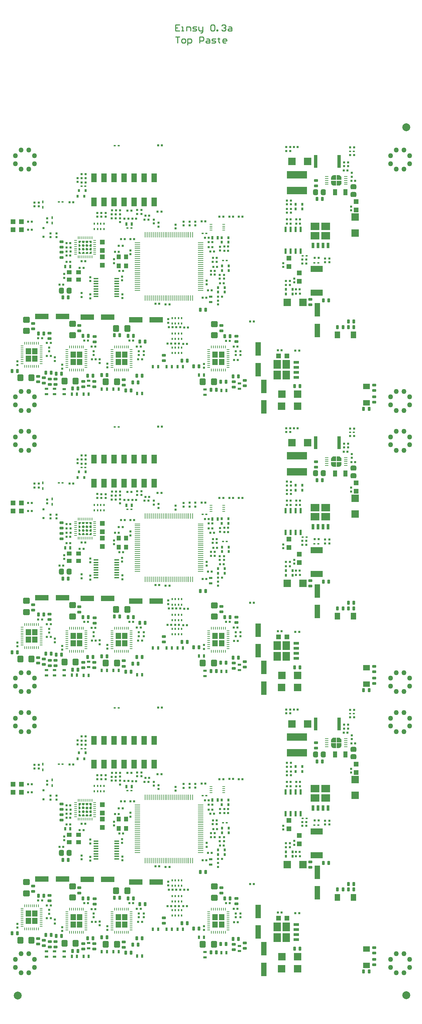
<source format=gtp>
G04 Layer_Color=8421504*
%FSLAX24Y24*%
%MOIN*%
G70*
G01*
G75*
G04:AMPARAMS|DCode=11|XSize=78.7mil|YSize=78.7mil|CornerRadius=39.4mil|HoleSize=0mil|Usage=FLASHONLY|Rotation=90.000|XOffset=0mil|YOffset=0mil|HoleType=Round|Shape=RoundedRectangle|*
%AMROUNDEDRECTD11*
21,1,0.0787,0.0000,0,0,90.0*
21,1,0.0000,0.0787,0,0,90.0*
1,1,0.0787,0.0000,0.0000*
1,1,0.0787,0.0000,0.0000*
1,1,0.0787,0.0000,0.0000*
1,1,0.0787,0.0000,0.0000*
%
%ADD11ROUNDEDRECTD11*%
%ADD12C,0.0100*%
%ADD165R,0.0528X0.0618*%
%ADD166R,0.0752X0.0890*%
%ADD167R,0.0890X0.0752*%
%ADD168R,0.0770X0.0770*%
G04:AMPARAMS|DCode=169|XSize=27.1mil|YSize=37.4mil|CornerRadius=4.8mil|HoleSize=0mil|Usage=FLASHONLY|Rotation=90.000|XOffset=0mil|YOffset=0mil|HoleType=Round|Shape=RoundedRectangle|*
%AMROUNDEDRECTD169*
21,1,0.0271,0.0277,0,0,90.0*
21,1,0.0175,0.0374,0,0,90.0*
1,1,0.0097,0.0139,0.0087*
1,1,0.0097,0.0139,-0.0087*
1,1,0.0097,-0.0139,-0.0087*
1,1,0.0097,-0.0139,0.0087*
%
%ADD169ROUNDEDRECTD169*%
%ADD170R,0.0689X0.0523*%
G04:AMPARAMS|DCode=171|XSize=27.1mil|YSize=37.4mil|CornerRadius=4.8mil|HoleSize=0mil|Usage=FLASHONLY|Rotation=0.000|XOffset=0mil|YOffset=0mil|HoleType=Round|Shape=RoundedRectangle|*
%AMROUNDEDRECTD171*
21,1,0.0271,0.0277,0,0,0.0*
21,1,0.0175,0.0374,0,0,0.0*
1,1,0.0097,0.0087,-0.0139*
1,1,0.0097,-0.0087,-0.0139*
1,1,0.0097,-0.0087,0.0139*
1,1,0.0097,0.0087,0.0139*
%
%ADD171ROUNDEDRECTD171*%
G04:AMPARAMS|DCode=172|XSize=20mil|YSize=22mil|CornerRadius=3.4mil|HoleSize=0mil|Usage=FLASHONLY|Rotation=0.000|XOffset=0mil|YOffset=0mil|HoleType=Round|Shape=RoundedRectangle|*
%AMROUNDEDRECTD172*
21,1,0.0200,0.0152,0,0,0.0*
21,1,0.0132,0.0220,0,0,0.0*
1,1,0.0068,0.0066,-0.0076*
1,1,0.0068,-0.0066,-0.0076*
1,1,0.0068,-0.0066,0.0076*
1,1,0.0068,0.0066,0.0076*
%
%ADD172ROUNDEDRECTD172*%
G04:AMPARAMS|DCode=173|XSize=20mil|YSize=22mil|CornerRadius=3.4mil|HoleSize=0mil|Usage=FLASHONLY|Rotation=270.000|XOffset=0mil|YOffset=0mil|HoleType=Round|Shape=RoundedRectangle|*
%AMROUNDEDRECTD173*
21,1,0.0200,0.0152,0,0,270.0*
21,1,0.0132,0.0220,0,0,270.0*
1,1,0.0068,-0.0076,-0.0066*
1,1,0.0068,-0.0076,0.0066*
1,1,0.0068,0.0076,0.0066*
1,1,0.0068,0.0076,-0.0066*
%
%ADD173ROUNDEDRECTD173*%
%ADD174R,0.0244X0.0326*%
%ADD175R,0.0326X0.0244*%
%ADD176R,0.0571X0.0897*%
%ADD177O,0.0078X0.0315*%
%ADD178O,0.0315X0.0078*%
%ADD179R,0.0460X0.0460*%
%ADD180R,0.0460X0.0460*%
%ADD181R,0.1988X0.0762*%
%ADD182R,0.0400X0.0500*%
%ADD183R,0.0216X0.0295*%
%ADD184R,0.0220X0.0220*%
%ADD185R,0.1240X0.0610*%
%ADD186R,0.0770X0.0770*%
%ADD187R,0.0180X0.0260*%
%ADD188R,0.0500X0.0400*%
%ADD189R,0.0523X0.0689*%
%ADD190C,0.0500*%
%ADD191R,0.0220X0.0580*%
%ADD192R,0.0580X0.0100*%
%ADD193R,0.0100X0.0580*%
%ADD194R,0.0480X0.0130*%
G04:AMPARAMS|DCode=195|XSize=9mil|YSize=29.5mil|CornerRadius=3.4mil|HoleSize=0mil|Usage=FLASHONLY|Rotation=270.000|XOffset=0mil|YOffset=0mil|HoleType=Round|Shape=RoundedRectangle|*
%AMROUNDEDRECTD195*
21,1,0.0090,0.0227,0,0,270.0*
21,1,0.0022,0.0295,0,0,270.0*
1,1,0.0068,-0.0113,-0.0011*
1,1,0.0068,-0.0113,0.0011*
1,1,0.0068,0.0113,0.0011*
1,1,0.0068,0.0113,-0.0011*
%
%ADD195ROUNDEDRECTD195*%
G04:AMPARAMS|DCode=196|XSize=9mil|YSize=29.5mil|CornerRadius=3.4mil|HoleSize=0mil|Usage=FLASHONLY|Rotation=180.000|XOffset=0mil|YOffset=0mil|HoleType=Round|Shape=RoundedRectangle|*
%AMROUNDEDRECTD196*
21,1,0.0090,0.0227,0,0,180.0*
21,1,0.0022,0.0295,0,0,180.0*
1,1,0.0068,-0.0011,0.0113*
1,1,0.0068,0.0011,0.0113*
1,1,0.0068,0.0011,-0.0113*
1,1,0.0068,-0.0011,-0.0113*
%
%ADD196ROUNDEDRECTD196*%
%ADD197R,0.0334X0.1279*%
%ADD198R,0.0180X0.0240*%
G04:AMPARAMS|DCode=199|XSize=61mil|YSize=69mil|CornerRadius=14.7mil|HoleSize=0mil|Usage=FLASHONLY|Rotation=90.000|XOffset=0mil|YOffset=0mil|HoleType=Round|Shape=RoundedRectangle|*
%AMROUNDEDRECTD199*
21,1,0.0610,0.0395,0,0,90.0*
21,1,0.0315,0.0690,0,0,90.0*
1,1,0.0295,0.0198,0.0158*
1,1,0.0295,0.0198,-0.0158*
1,1,0.0295,-0.0198,-0.0158*
1,1,0.0295,-0.0198,0.0158*
%
%ADD199ROUNDEDRECTD199*%
G04:AMPARAMS|DCode=200|XSize=61mil|YSize=69mil|CornerRadius=14.7mil|HoleSize=0mil|Usage=FLASHONLY|Rotation=180.000|XOffset=0mil|YOffset=0mil|HoleType=Round|Shape=RoundedRectangle|*
%AMROUNDEDRECTD200*
21,1,0.0610,0.0395,0,0,180.0*
21,1,0.0315,0.0690,0,0,180.0*
1,1,0.0295,-0.0158,0.0198*
1,1,0.0295,0.0158,0.0198*
1,1,0.0295,0.0158,-0.0198*
1,1,0.0295,-0.0158,-0.0198*
%
%ADD200ROUNDEDRECTD200*%
%ADD201R,0.0197X0.0177*%
%ADD202R,0.1319X0.0531*%
G04:AMPARAMS|DCode=203|XSize=50mil|YSize=58mil|CornerRadius=12mil|HoleSize=0mil|Usage=FLASHONLY|Rotation=180.000|XOffset=0mil|YOffset=0mil|HoleType=Round|Shape=RoundedRectangle|*
%AMROUNDEDRECTD203*
21,1,0.0500,0.0340,0,0,180.0*
21,1,0.0260,0.0580,0,0,180.0*
1,1,0.0240,-0.0130,0.0170*
1,1,0.0240,0.0130,0.0170*
1,1,0.0240,0.0130,-0.0170*
1,1,0.0240,-0.0130,-0.0170*
%
%ADD203ROUNDEDRECTD203*%
%ADD204R,0.0413X0.0649*%
G04:AMPARAMS|DCode=205|XSize=50mil|YSize=58mil|CornerRadius=12mil|HoleSize=0mil|Usage=FLASHONLY|Rotation=270.000|XOffset=0mil|YOffset=0mil|HoleType=Round|Shape=RoundedRectangle|*
%AMROUNDEDRECTD205*
21,1,0.0500,0.0340,0,0,270.0*
21,1,0.0260,0.0580,0,0,270.0*
1,1,0.0240,-0.0170,-0.0130*
1,1,0.0240,-0.0170,0.0130*
1,1,0.0240,0.0170,0.0130*
1,1,0.0240,0.0170,-0.0130*
%
%ADD205ROUNDEDRECTD205*%
%ADD206R,0.0531X0.1319*%
%ADD207R,0.0295X0.0098*%
%ADD208R,0.0540X0.0260*%
%ADD209R,0.0260X0.0540*%
%ADD210R,0.0382X0.0098*%
G36*
X45146Y92220D02*
X45192Y92201D01*
X45234Y92173D01*
X45270Y92138D01*
X45298Y92096D01*
X45317Y92049D01*
X45327Y92000D01*
Y91974D01*
Y91758D01*
X44855D01*
Y92230D01*
X45096D01*
X45146Y92220D01*
D02*
G37*
G36*
X44776Y91758D02*
X44304D01*
Y91974D01*
Y92000D01*
X44313Y92049D01*
X44333Y92096D01*
X44361Y92138D01*
X44396Y92173D01*
X44438Y92201D01*
X44485Y92220D01*
X44534Y92230D01*
X44776D01*
Y91758D01*
D02*
G37*
G36*
X45327Y91463D02*
Y91437D01*
X45317Y91388D01*
X45298Y91341D01*
X45270Y91299D01*
X45234Y91264D01*
X45192Y91236D01*
X45146Y91217D01*
X45096Y91207D01*
X44855D01*
Y91679D01*
X45327D01*
Y91463D01*
D02*
G37*
G36*
X44776Y91207D02*
X44534D01*
X44485Y91217D01*
X44438Y91236D01*
X44396Y91264D01*
X44361Y91299D01*
X44333Y91341D01*
X44313Y91388D01*
X44304Y91437D01*
Y91463D01*
Y91679D01*
X44776D01*
Y91207D01*
D02*
G37*
G36*
X20093Y85583D02*
X19994Y85486D01*
X19913D01*
X19818Y85579D01*
Y85712D01*
X20093D01*
Y85583D01*
D02*
G37*
G36*
X19719D02*
X19620Y85486D01*
X19539D01*
X19444Y85579D01*
Y85712D01*
X19719D01*
Y85583D01*
D02*
G37*
G36*
X20428Y85466D02*
X20310D01*
X20182Y85594D01*
Y85712D01*
X20428D01*
Y85466D01*
D02*
G37*
G36*
X19355Y85594D02*
X19227Y85466D01*
X19109D01*
Y85712D01*
X19355D01*
Y85594D01*
D02*
G37*
G36*
X19709Y85289D02*
Y85191D01*
X19631Y85112D01*
X19532D01*
X19444Y85200D01*
Y85279D01*
X19542Y85378D01*
X19621D01*
X19709Y85289D01*
D02*
G37*
G36*
X20428Y85102D02*
X20299D01*
X20202Y85201D01*
Y85283D01*
X20295Y85378D01*
X20428D01*
Y85102D01*
D02*
G37*
G36*
X20093Y85279D02*
Y85200D01*
X19995Y85102D01*
X19916D01*
X19828Y85191D01*
Y85289D01*
X19906Y85368D01*
X20005D01*
X20093Y85279D01*
D02*
G37*
G36*
X19335Y85279D02*
Y85191D01*
X19247Y85102D01*
X19109D01*
Y85378D01*
X19237D01*
X19335Y85279D01*
D02*
G37*
G36*
X19709Y84915D02*
Y84817D01*
X19631Y84738D01*
X19532D01*
X19444Y84826D01*
Y84905D01*
X19542Y85004D01*
X19621D01*
X19709Y84915D01*
D02*
G37*
G36*
X20428Y84728D02*
X20300D01*
X20202Y84826D01*
Y84915D01*
X20290Y85004D01*
X20428D01*
Y84728D01*
D02*
G37*
G36*
X20093Y84905D02*
Y84826D01*
X19995Y84728D01*
X19916D01*
X19828Y84817D01*
Y84915D01*
X19906Y84994D01*
X20005D01*
X20093Y84905D01*
D02*
G37*
G36*
X19335Y84904D02*
Y84823D01*
X19242Y84728D01*
X19109D01*
Y85004D01*
X19238D01*
X19335Y84904D01*
D02*
G37*
G36*
X20428Y84393D02*
X20182D01*
Y84511D01*
X20310Y84639D01*
X20428D01*
Y84393D01*
D02*
G37*
G36*
X20093Y84526D02*
Y84393D01*
X19818D01*
Y84522D01*
X19917Y84620D01*
X19999D01*
X20093Y84526D01*
D02*
G37*
G36*
X19719D02*
Y84393D01*
X19444D01*
Y84522D01*
X19543Y84620D01*
X19624D01*
X19719Y84526D01*
D02*
G37*
G36*
X19355Y84511D02*
Y84393D01*
X19109D01*
Y84639D01*
X19227D01*
X19355Y84511D01*
D02*
G37*
G36*
X45146Y64228D02*
X45192Y64209D01*
X45234Y64181D01*
X45270Y64145D01*
X45298Y64103D01*
X45317Y64057D01*
X45327Y64007D01*
Y63982D01*
Y63766D01*
X44855D01*
Y64238D01*
X45096D01*
X45146Y64228D01*
D02*
G37*
G36*
X44776Y63766D02*
X44304D01*
Y63982D01*
Y64007D01*
X44313Y64057D01*
X44333Y64103D01*
X44361Y64145D01*
X44396Y64181D01*
X44438Y64209D01*
X44485Y64228D01*
X44534Y64238D01*
X44776D01*
Y63766D01*
D02*
G37*
G36*
X45327Y63470D02*
Y63445D01*
X45317Y63396D01*
X45298Y63349D01*
X45270Y63307D01*
X45234Y63272D01*
X45192Y63244D01*
X45146Y63224D01*
X45096Y63215D01*
X44855D01*
Y63687D01*
X45327D01*
Y63470D01*
D02*
G37*
G36*
X44776Y63215D02*
X44534D01*
X44485Y63224D01*
X44438Y63244D01*
X44396Y63272D01*
X44361Y63307D01*
X44333Y63349D01*
X44313Y63396D01*
X44304Y63445D01*
Y63470D01*
Y63687D01*
X44776D01*
Y63215D01*
D02*
G37*
G36*
X20093Y57591D02*
X19994Y57494D01*
X19913D01*
X19818Y57587D01*
Y57720D01*
X20093D01*
Y57591D01*
D02*
G37*
G36*
X19719D02*
X19620Y57494D01*
X19539D01*
X19444Y57587D01*
Y57720D01*
X19719D01*
Y57591D01*
D02*
G37*
G36*
X20428Y57474D02*
X20310D01*
X20182Y57602D01*
Y57720D01*
X20428D01*
Y57474D01*
D02*
G37*
G36*
X19355Y57602D02*
X19227Y57474D01*
X19109D01*
Y57720D01*
X19355D01*
Y57602D01*
D02*
G37*
G36*
X19709Y57297D02*
Y57198D01*
X19631Y57120D01*
X19532D01*
X19444Y57208D01*
Y57287D01*
X19542Y57385D01*
X19621D01*
X19709Y57297D01*
D02*
G37*
G36*
X20428Y57110D02*
X20299D01*
X20202Y57209D01*
Y57291D01*
X20295Y57385D01*
X20428D01*
Y57110D01*
D02*
G37*
G36*
X20093Y57287D02*
Y57208D01*
X19995Y57110D01*
X19916D01*
X19828Y57198D01*
Y57297D01*
X19906Y57376D01*
X20005D01*
X20093Y57287D01*
D02*
G37*
G36*
X19335Y57287D02*
Y57198D01*
X19247Y57110D01*
X19109D01*
Y57385D01*
X19237D01*
X19335Y57287D01*
D02*
G37*
G36*
X19709Y56923D02*
Y56824D01*
X19631Y56746D01*
X19532D01*
X19444Y56834D01*
Y56913D01*
X19542Y57011D01*
X19621D01*
X19709Y56923D01*
D02*
G37*
G36*
X20428Y56736D02*
X20300D01*
X20202Y56834D01*
Y56923D01*
X20290Y57011D01*
X20428D01*
Y56736D01*
D02*
G37*
G36*
X20093Y56913D02*
Y56834D01*
X19995Y56736D01*
X19916D01*
X19828Y56824D01*
Y56923D01*
X19906Y57002D01*
X20005D01*
X20093Y56913D01*
D02*
G37*
G36*
X19335Y56912D02*
Y56831D01*
X19242Y56736D01*
X19109D01*
Y57011D01*
X19238D01*
X19335Y56912D01*
D02*
G37*
G36*
X20428Y56401D02*
X20182D01*
Y56519D01*
X20310Y56647D01*
X20428D01*
Y56401D01*
D02*
G37*
G36*
X20093Y56534D02*
Y56401D01*
X19818D01*
Y56530D01*
X19917Y56628D01*
X19999D01*
X20093Y56534D01*
D02*
G37*
G36*
X19719D02*
Y56401D01*
X19444D01*
Y56530D01*
X19543Y56628D01*
X19624D01*
X19719Y56534D01*
D02*
G37*
G36*
X19355Y56519D02*
Y56401D01*
X19109D01*
Y56647D01*
X19227D01*
X19355Y56519D01*
D02*
G37*
G36*
X45146Y36236D02*
X45192Y36217D01*
X45234Y36189D01*
X45270Y36153D01*
X45298Y36111D01*
X45317Y36065D01*
X45327Y36015D01*
Y35990D01*
Y35774D01*
X44855D01*
Y36246D01*
X45096D01*
X45146Y36236D01*
D02*
G37*
G36*
X44776Y35774D02*
X44304D01*
Y35990D01*
Y36015D01*
X44313Y36065D01*
X44333Y36111D01*
X44361Y36153D01*
X44396Y36189D01*
X44438Y36217D01*
X44485Y36236D01*
X44534Y36246D01*
X44776D01*
Y35774D01*
D02*
G37*
G36*
X45327Y35478D02*
Y35453D01*
X45317Y35404D01*
X45298Y35357D01*
X45270Y35315D01*
X45234Y35280D01*
X45192Y35252D01*
X45146Y35232D01*
X45096Y35222D01*
X44855D01*
Y35695D01*
X45327D01*
Y35478D01*
D02*
G37*
G36*
X44776Y35222D02*
X44534D01*
X44485Y35232D01*
X44438Y35252D01*
X44396Y35280D01*
X44361Y35315D01*
X44333Y35357D01*
X44313Y35404D01*
X44304Y35453D01*
Y35478D01*
Y35695D01*
X44776D01*
Y35222D01*
D02*
G37*
G36*
X20093Y29599D02*
X19994Y29502D01*
X19913D01*
X19818Y29595D01*
Y29728D01*
X20093D01*
Y29599D01*
D02*
G37*
G36*
X19719D02*
X19620Y29502D01*
X19539D01*
X19444Y29595D01*
Y29728D01*
X19719D01*
Y29599D01*
D02*
G37*
G36*
X20428Y29482D02*
X20310D01*
X20182Y29610D01*
Y29728D01*
X20428D01*
Y29482D01*
D02*
G37*
G36*
X19355Y29610D02*
X19227Y29482D01*
X19109D01*
Y29728D01*
X19355D01*
Y29610D01*
D02*
G37*
G36*
X19709Y29305D02*
Y29206D01*
X19631Y29128D01*
X19532D01*
X19444Y29216D01*
Y29295D01*
X19542Y29393D01*
X19621D01*
X19709Y29305D01*
D02*
G37*
G36*
X20428Y29118D02*
X20299D01*
X20202Y29217D01*
Y29299D01*
X20295Y29393D01*
X20428D01*
Y29118D01*
D02*
G37*
G36*
X20093Y29295D02*
Y29216D01*
X19995Y29118D01*
X19916D01*
X19828Y29206D01*
Y29305D01*
X19906Y29383D01*
X20005D01*
X20093Y29295D01*
D02*
G37*
G36*
X19335Y29295D02*
Y29206D01*
X19247Y29118D01*
X19109D01*
Y29393D01*
X19237D01*
X19335Y29295D01*
D02*
G37*
G36*
X19709Y28931D02*
Y28832D01*
X19631Y28754D01*
X19532D01*
X19444Y28842D01*
Y28921D01*
X19542Y29019D01*
X19621D01*
X19709Y28931D01*
D02*
G37*
G36*
X20428Y28744D02*
X20300D01*
X20202Y28842D01*
Y28931D01*
X20290Y29019D01*
X20428D01*
Y28744D01*
D02*
G37*
G36*
X20093Y28921D02*
Y28842D01*
X19995Y28744D01*
X19916D01*
X19828Y28832D01*
Y28931D01*
X19906Y29009D01*
X20005D01*
X20093Y28921D01*
D02*
G37*
G36*
X19335Y28920D02*
Y28839D01*
X19242Y28744D01*
X19109D01*
Y29019D01*
X19238D01*
X19335Y28920D01*
D02*
G37*
G36*
X20428Y28409D02*
X20182D01*
Y28527D01*
X20310Y28655D01*
X20428D01*
Y28409D01*
D02*
G37*
G36*
X20093Y28542D02*
Y28409D01*
X19818D01*
Y28538D01*
X19917Y28635D01*
X19999D01*
X20093Y28542D01*
D02*
G37*
G36*
X19719D02*
Y28409D01*
X19444D01*
Y28538D01*
X19543Y28635D01*
X19624D01*
X19719Y28542D01*
D02*
G37*
G36*
X19355Y28527D02*
Y28409D01*
X19109D01*
Y28655D01*
X19227D01*
X19355Y28527D01*
D02*
G37*
G54D11*
X13061Y10561D02*
D03*
X51800Y10600D02*
D03*
Y96998D02*
D03*
G54D12*
X29200Y107200D02*
X28800D01*
Y106600D01*
X29200D01*
X28800Y106900D02*
X29000D01*
X29400Y106600D02*
X29600D01*
X29500D01*
Y107000D01*
X29400D01*
X29900Y106600D02*
Y107000D01*
X30200D01*
X30300Y106900D01*
Y106600D01*
X30499D02*
X30799D01*
X30899Y106700D01*
X30799Y106800D01*
X30599D01*
X30499Y106900D01*
X30599Y107000D01*
X30899D01*
X31099D02*
Y106700D01*
X31199Y106600D01*
X31499D01*
Y106500D01*
X31399Y106400D01*
X31299D01*
X31499Y106600D02*
Y107000D01*
X32299Y107100D02*
X32399Y107200D01*
X32599D01*
X32699Y107100D01*
Y106700D01*
X32599Y106600D01*
X32399D01*
X32299Y106700D01*
Y107100D01*
X32899Y106600D02*
Y106700D01*
X32999D01*
Y106600D01*
X32899D01*
X33399Y107100D02*
X33498Y107200D01*
X33698D01*
X33798Y107100D01*
Y107000D01*
X33698Y106900D01*
X33598D01*
X33698D01*
X33798Y106800D01*
Y106700D01*
X33698Y106600D01*
X33498D01*
X33399Y106700D01*
X34098Y107000D02*
X34298D01*
X34398Y106900D01*
Y106600D01*
X34098D01*
X33998Y106700D01*
X34098Y106800D01*
X34398D01*
X28800Y106000D02*
X29200D01*
X29000D01*
Y105400D01*
X29500D02*
X29700D01*
X29800Y105500D01*
Y105700D01*
X29700Y105800D01*
X29500D01*
X29400Y105700D01*
Y105500D01*
X29500Y105400D01*
X30000Y105200D02*
Y105800D01*
X30300D01*
X30399Y105700D01*
Y105500D01*
X30300Y105400D01*
X30000D01*
X31199D02*
Y106000D01*
X31499D01*
X31599Y105900D01*
Y105700D01*
X31499Y105600D01*
X31199D01*
X31899Y105800D02*
X32099D01*
X32199Y105700D01*
Y105400D01*
X31899D01*
X31799Y105500D01*
X31899Y105600D01*
X32199D01*
X32399Y105400D02*
X32699D01*
X32799Y105500D01*
X32699Y105600D01*
X32499D01*
X32399Y105700D01*
X32499Y105800D01*
X32799D01*
X33099Y105900D02*
Y105800D01*
X32999D01*
X33199D01*
X33099D01*
Y105500D01*
X33199Y105400D01*
X33798D02*
X33598D01*
X33498Y105500D01*
Y105700D01*
X33598Y105800D01*
X33798D01*
X33898Y105700D01*
Y105600D01*
X33498D01*
G54D165*
X32735Y17641D02*
D03*
X33381Y18377D02*
D03*
X32736Y18377D02*
D03*
X33381Y17641D02*
D03*
X23741D02*
D03*
X23096Y18377D02*
D03*
X23741Y18377D02*
D03*
X23095Y17641D02*
D03*
X18595D02*
D03*
X19241Y18377D02*
D03*
X18596Y18377D02*
D03*
X19241Y17641D02*
D03*
X14768Y18001D02*
D03*
X14122Y18737D02*
D03*
X14768Y18737D02*
D03*
X14122Y18001D02*
D03*
X32735Y45633D02*
D03*
X33381Y46370D02*
D03*
X32736Y46369D02*
D03*
X33381Y45633D02*
D03*
X23741D02*
D03*
X23096Y46369D02*
D03*
X23741Y46370D02*
D03*
X23095Y45633D02*
D03*
X18595D02*
D03*
X19241Y46370D02*
D03*
X18596Y46369D02*
D03*
X19241Y45633D02*
D03*
X14768Y45993D02*
D03*
X14122Y46729D02*
D03*
X14768Y46730D02*
D03*
X14122Y45993D02*
D03*
X32735Y73625D02*
D03*
X33381Y74362D02*
D03*
X32736Y74362D02*
D03*
X33381Y73625D02*
D03*
X23741D02*
D03*
X23096Y74362D02*
D03*
X23741Y74362D02*
D03*
X23095Y73625D02*
D03*
X18595D02*
D03*
X19241Y74362D02*
D03*
X18596Y74362D02*
D03*
X19241Y73625D02*
D03*
X14768Y73985D02*
D03*
X14122Y74721D02*
D03*
X14768Y74722D02*
D03*
X14122Y73985D02*
D03*
G54D166*
X38915Y16353D02*
D03*
X38916Y17417D02*
D03*
X39841Y17417D02*
D03*
X39841Y16353D02*
D03*
X38915Y44346D02*
D03*
X38916Y45409D02*
D03*
X39841Y45409D02*
D03*
X39841Y44346D02*
D03*
X38915Y72338D02*
D03*
X38916Y73401D02*
D03*
X39841Y73401D02*
D03*
X39841Y72338D02*
D03*
G54D167*
X42698Y30232D02*
D03*
X43762Y30232D02*
D03*
X43762Y31157D02*
D03*
X42698Y31158D02*
D03*
Y58224D02*
D03*
X43762Y58224D02*
D03*
X43762Y59149D02*
D03*
X42698Y59150D02*
D03*
Y86216D02*
D03*
X43762Y86216D02*
D03*
X43762Y87142D02*
D03*
X42698Y87142D02*
D03*
G54D168*
X39367Y13247D02*
D03*
X40944D02*
D03*
X41496Y23598D02*
D03*
X39918D02*
D03*
X40953Y14445D02*
D03*
X39376D02*
D03*
X40381Y37619D02*
D03*
X41958D02*
D03*
X39367Y41239D02*
D03*
X40944D02*
D03*
X41496Y51591D02*
D03*
X39918D02*
D03*
X40953Y42437D02*
D03*
X39376D02*
D03*
X40381Y65611D02*
D03*
X41958D02*
D03*
X39367Y69231D02*
D03*
X40944D02*
D03*
X41496Y79583D02*
D03*
X39918D02*
D03*
X40953Y70430D02*
D03*
X39376D02*
D03*
X40381Y93603D02*
D03*
X41958D02*
D03*
G54D169*
X48579Y13641D02*
D03*
Y14176D02*
D03*
Y14821D02*
D03*
Y15356D02*
D03*
X17418Y28586D02*
D03*
Y28051D02*
D03*
X17419Y29636D02*
D03*
Y29101D02*
D03*
X16238Y20536D02*
D03*
Y20001D02*
D03*
X16824Y15411D02*
D03*
Y15946D02*
D03*
X16244Y15948D02*
D03*
Y15413D02*
D03*
X14598Y20951D02*
D03*
Y21486D02*
D03*
X15668Y16086D02*
D03*
Y15551D02*
D03*
X15099Y15691D02*
D03*
Y16226D02*
D03*
X42799Y35726D02*
D03*
Y35191D02*
D03*
X42238Y23341D02*
D03*
Y23876D02*
D03*
X20728Y19661D02*
D03*
Y20196D02*
D03*
X20681Y15739D02*
D03*
Y15203D02*
D03*
X19198Y20761D02*
D03*
Y21296D02*
D03*
X19601Y15739D02*
D03*
Y15203D02*
D03*
X27629Y18316D02*
D03*
Y17781D02*
D03*
X23631Y15899D02*
D03*
Y15363D02*
D03*
X34848Y19701D02*
D03*
Y20236D02*
D03*
X35708Y15281D02*
D03*
Y15816D02*
D03*
X34588Y15143D02*
D03*
Y15678D02*
D03*
X33359Y20771D02*
D03*
Y21306D02*
D03*
X48579Y41633D02*
D03*
Y42168D02*
D03*
Y42813D02*
D03*
Y43348D02*
D03*
X17418Y56578D02*
D03*
Y56043D02*
D03*
X17419Y57628D02*
D03*
Y57093D02*
D03*
X16238Y48528D02*
D03*
Y47993D02*
D03*
X16824Y43403D02*
D03*
Y43938D02*
D03*
X16244Y43941D02*
D03*
Y43405D02*
D03*
X14598Y48943D02*
D03*
Y49478D02*
D03*
X15668Y44078D02*
D03*
Y43543D02*
D03*
X15099Y43683D02*
D03*
Y44218D02*
D03*
X42799Y63718D02*
D03*
Y63183D02*
D03*
X42238Y51333D02*
D03*
Y51868D02*
D03*
X20728Y47653D02*
D03*
Y48188D02*
D03*
X20681Y43731D02*
D03*
Y43195D02*
D03*
X19198Y48753D02*
D03*
Y49288D02*
D03*
X19601Y43731D02*
D03*
Y43195D02*
D03*
X27629Y46308D02*
D03*
Y45773D02*
D03*
X23631Y43891D02*
D03*
Y43355D02*
D03*
X34848Y47693D02*
D03*
Y48228D02*
D03*
X35708Y43273D02*
D03*
Y43808D02*
D03*
X34588Y43135D02*
D03*
Y43671D02*
D03*
X33359Y48763D02*
D03*
Y49298D02*
D03*
X48579Y69625D02*
D03*
Y70160D02*
D03*
Y70805D02*
D03*
Y71340D02*
D03*
X17418Y84571D02*
D03*
Y84035D02*
D03*
X17419Y85620D02*
D03*
Y85085D02*
D03*
X16238Y76520D02*
D03*
Y75985D02*
D03*
X16824Y71395D02*
D03*
Y71930D02*
D03*
X16244Y71933D02*
D03*
Y71397D02*
D03*
X14598Y76935D02*
D03*
Y77470D02*
D03*
X15668Y72070D02*
D03*
Y71535D02*
D03*
X15099Y71675D02*
D03*
Y72210D02*
D03*
X42799Y91710D02*
D03*
Y91175D02*
D03*
X42238Y79325D02*
D03*
Y79860D02*
D03*
X20728Y75645D02*
D03*
Y76180D02*
D03*
X20681Y71723D02*
D03*
Y71188D02*
D03*
X19198Y76745D02*
D03*
Y77280D02*
D03*
X19601Y71723D02*
D03*
Y71188D02*
D03*
X27629Y74300D02*
D03*
Y73765D02*
D03*
X23631Y71883D02*
D03*
Y71348D02*
D03*
X34848Y75685D02*
D03*
Y76220D02*
D03*
X35708Y71265D02*
D03*
Y71800D02*
D03*
X34588Y71127D02*
D03*
Y71663D02*
D03*
X33359Y76755D02*
D03*
Y77290D02*
D03*
G54D170*
X47839Y15210D02*
D03*
Y13587D02*
D03*
Y43202D02*
D03*
Y41580D02*
D03*
Y71194D02*
D03*
Y69572D02*
D03*
G54D171*
X47541Y12989D02*
D03*
X48076D02*
D03*
X17546Y24078D02*
D03*
X18081D02*
D03*
X31251Y22859D02*
D03*
X31786D02*
D03*
X12501Y16759D02*
D03*
X13036D02*
D03*
X15871Y16599D02*
D03*
X16406D02*
D03*
X15646Y20498D02*
D03*
X15111D02*
D03*
X40661Y15249D02*
D03*
X41196D02*
D03*
X43511Y23779D02*
D03*
X44046D02*
D03*
X42881Y33879D02*
D03*
X43416D02*
D03*
X46546Y21128D02*
D03*
X46011D02*
D03*
X45476D02*
D03*
X44941D02*
D03*
X46011Y21688D02*
D03*
X46546D02*
D03*
X24366Y14828D02*
D03*
X23831D02*
D03*
X16903Y16501D02*
D03*
X17439D02*
D03*
X18511Y15008D02*
D03*
X19046D02*
D03*
X20011Y16279D02*
D03*
X20546D02*
D03*
X20106Y20248D02*
D03*
X19571D02*
D03*
X24931Y16288D02*
D03*
X25466D02*
D03*
X24596Y20248D02*
D03*
X24061D02*
D03*
X25756Y19678D02*
D03*
X25221D02*
D03*
X29431Y17779D02*
D03*
X29966D02*
D03*
X23216Y20319D02*
D03*
X22681D02*
D03*
X25056Y15628D02*
D03*
X24521D02*
D03*
X21946Y16358D02*
D03*
X21411D02*
D03*
X35066Y16219D02*
D03*
X34531D02*
D03*
X33691Y20238D02*
D03*
X34226D02*
D03*
X32331Y14878D02*
D03*
X32866D02*
D03*
X30601Y17239D02*
D03*
X31136D02*
D03*
X33826Y15698D02*
D03*
X33291D02*
D03*
X47541Y40981D02*
D03*
X48076D02*
D03*
X17546Y52071D02*
D03*
X18081D02*
D03*
X31251Y50851D02*
D03*
X31786D02*
D03*
X12501Y44751D02*
D03*
X13036D02*
D03*
X15871Y44591D02*
D03*
X16406D02*
D03*
X15646Y48491D02*
D03*
X15111D02*
D03*
X40661Y43241D02*
D03*
X41196D02*
D03*
X43511Y51771D02*
D03*
X44046D02*
D03*
X42881Y61871D02*
D03*
X43416D02*
D03*
X46546Y49121D02*
D03*
X46011D02*
D03*
X45476D02*
D03*
X44941D02*
D03*
X46011Y49681D02*
D03*
X46546D02*
D03*
X24366Y42821D02*
D03*
X23831D02*
D03*
X16903Y44493D02*
D03*
X17439D02*
D03*
X18511Y43001D02*
D03*
X19046D02*
D03*
X20011Y44271D02*
D03*
X20546D02*
D03*
X20106Y48241D02*
D03*
X19571D02*
D03*
X24931Y44281D02*
D03*
X25466D02*
D03*
X24596Y48241D02*
D03*
X24061D02*
D03*
X25756Y47671D02*
D03*
X25221D02*
D03*
X29431Y45771D02*
D03*
X29966D02*
D03*
X23216Y48311D02*
D03*
X22681D02*
D03*
X25056Y43621D02*
D03*
X24521D02*
D03*
X21946Y44351D02*
D03*
X21411D02*
D03*
X35066Y44211D02*
D03*
X34531D02*
D03*
X33691Y48231D02*
D03*
X34226D02*
D03*
X32331Y42871D02*
D03*
X32866D02*
D03*
X30601Y45231D02*
D03*
X31136D02*
D03*
X33826Y43691D02*
D03*
X33291D02*
D03*
X47541Y68973D02*
D03*
X48076D02*
D03*
X17546Y80063D02*
D03*
X18081D02*
D03*
X31251Y78843D02*
D03*
X31786D02*
D03*
X12501Y72743D02*
D03*
X13036D02*
D03*
X15871Y72583D02*
D03*
X16406D02*
D03*
X15646Y76483D02*
D03*
X15111D02*
D03*
X40661Y71233D02*
D03*
X41196D02*
D03*
X43511Y79763D02*
D03*
X44046D02*
D03*
X42881Y89863D02*
D03*
X43416D02*
D03*
X46546Y77113D02*
D03*
X46011D02*
D03*
X45476D02*
D03*
X44941D02*
D03*
X46011Y77673D02*
D03*
X46546D02*
D03*
X24366Y70813D02*
D03*
X23831D02*
D03*
X16903Y72485D02*
D03*
X17439D02*
D03*
X18511Y70993D02*
D03*
X19046D02*
D03*
X20011Y72263D02*
D03*
X20546D02*
D03*
X20106Y76233D02*
D03*
X19571D02*
D03*
X24931Y72273D02*
D03*
X25466D02*
D03*
X24596Y76233D02*
D03*
X24061D02*
D03*
X25756Y75663D02*
D03*
X25221D02*
D03*
X29431Y73763D02*
D03*
X29966D02*
D03*
X23216Y76303D02*
D03*
X22681D02*
D03*
X25056Y71613D02*
D03*
X24521D02*
D03*
X21946Y72343D02*
D03*
X21411D02*
D03*
X35066Y72203D02*
D03*
X34531D02*
D03*
X33691Y76223D02*
D03*
X34226D02*
D03*
X32331Y70863D02*
D03*
X32866D02*
D03*
X30601Y73223D02*
D03*
X31136D02*
D03*
X33826Y71683D02*
D03*
X33291D02*
D03*
G54D172*
X35090Y32118D02*
D03*
X35468D02*
D03*
X34150Y32129D02*
D03*
X34529D02*
D03*
X24000Y32729D02*
D03*
X24378D02*
D03*
X24480Y31918D02*
D03*
X24859D02*
D03*
X27000Y32608D02*
D03*
X27378D02*
D03*
X31857Y24049D02*
D03*
X31479D02*
D03*
X26777Y23449D02*
D03*
X27155D02*
D03*
X23130Y29218D02*
D03*
X23509D02*
D03*
X25780Y32229D02*
D03*
X26158D02*
D03*
X32310Y26344D02*
D03*
X32689D02*
D03*
X32310Y26734D02*
D03*
X32689D02*
D03*
X32030Y24784D02*
D03*
X32408D02*
D03*
X14092Y31618D02*
D03*
X14471D02*
D03*
X33170Y32109D02*
D03*
X33549D02*
D03*
X40261Y31411D02*
D03*
X39882D02*
D03*
X40812D02*
D03*
X41191D02*
D03*
X39881Y31841D02*
D03*
X40260D02*
D03*
X33658Y28728D02*
D03*
X34037D02*
D03*
X14090Y30808D02*
D03*
X14468D02*
D03*
X33589Y25498D02*
D03*
X33210D02*
D03*
X39367Y18838D02*
D03*
X38988D02*
D03*
X41118Y18779D02*
D03*
X40740D02*
D03*
X31380Y31658D02*
D03*
X31758D02*
D03*
X43049Y28019D02*
D03*
X42670D02*
D03*
X32087Y30008D02*
D03*
X31709D02*
D03*
X17930Y28658D02*
D03*
X18309D02*
D03*
Y29069D02*
D03*
X17930D02*
D03*
X34037Y29148D02*
D03*
X33658D02*
D03*
X41190Y31841D02*
D03*
X40811D02*
D03*
X46698Y35679D02*
D03*
X46320D02*
D03*
X22474Y32741D02*
D03*
X22851D02*
D03*
X26087Y31839D02*
D03*
X25708D02*
D03*
X39800Y25738D02*
D03*
X40178D02*
D03*
X40177Y25329D02*
D03*
X39799D02*
D03*
X32887Y27638D02*
D03*
X32508D02*
D03*
X33419Y24169D02*
D03*
X33040D02*
D03*
X41177Y24448D02*
D03*
X40799D02*
D03*
X46200Y39009D02*
D03*
X46578D02*
D03*
X46577Y38268D02*
D03*
X46199D02*
D03*
X19432Y35531D02*
D03*
X19811D02*
D03*
X19810Y36361D02*
D03*
X19431D02*
D03*
X19810Y35951D02*
D03*
X19431D02*
D03*
X18212Y33561D02*
D03*
X18591D02*
D03*
X18305Y27619D02*
D03*
X17929D02*
D03*
X40975Y39049D02*
D03*
X40599D02*
D03*
X27058Y39228D02*
D03*
X27436D02*
D03*
X36221Y21688D02*
D03*
X36598D02*
D03*
X16349Y19548D02*
D03*
X15971D02*
D03*
X15486Y20029D02*
D03*
X15108D02*
D03*
X15969Y18269D02*
D03*
X16345D02*
D03*
X32096Y29075D02*
D03*
X32473D02*
D03*
X28185Y23386D02*
D03*
X27808D02*
D03*
X17608Y25368D02*
D03*
X17232D02*
D03*
X18305Y28259D02*
D03*
X17929D02*
D03*
X23128Y28634D02*
D03*
X22752D02*
D03*
X18305Y29499D02*
D03*
X17929D02*
D03*
X19231Y27039D02*
D03*
X19609D02*
D03*
X19415Y27686D02*
D03*
X19792D02*
D03*
X23565Y26721D02*
D03*
X23188D02*
D03*
X32254Y28661D02*
D03*
X32631D02*
D03*
X32092Y29588D02*
D03*
X32469D02*
D03*
X30033Y21097D02*
D03*
X29656D02*
D03*
X29546Y19463D02*
D03*
X29923D02*
D03*
X28875Y21107D02*
D03*
X29252D02*
D03*
X29142Y19473D02*
D03*
X28765D02*
D03*
X28127Y21107D02*
D03*
X28504D02*
D03*
X28365Y19473D02*
D03*
X27988D02*
D03*
X32889Y28019D02*
D03*
X32511D02*
D03*
X45936Y36728D02*
D03*
X45559D02*
D03*
X20802Y19188D02*
D03*
X20425D02*
D03*
X20066Y19778D02*
D03*
X19689D02*
D03*
X20449Y17909D02*
D03*
X20826D02*
D03*
X24941Y19198D02*
D03*
X25319D02*
D03*
X24565Y19778D02*
D03*
X24188D02*
D03*
X25445Y17909D02*
D03*
X25069D02*
D03*
X34969Y19198D02*
D03*
X34592D02*
D03*
X34195Y19769D02*
D03*
X33819D02*
D03*
X34629Y17868D02*
D03*
X35006D02*
D03*
X40799Y24878D02*
D03*
X41175D02*
D03*
X41809Y27459D02*
D03*
X41430D02*
D03*
X23349Y29899D02*
D03*
X23727D02*
D03*
X24288D02*
D03*
X24667D02*
D03*
X32938Y27139D02*
D03*
X32560D02*
D03*
X23698Y31929D02*
D03*
X24077D02*
D03*
X41809Y27848D02*
D03*
X41430D02*
D03*
X35090Y60111D02*
D03*
X35468D02*
D03*
X34150Y60121D02*
D03*
X34529D02*
D03*
X24000Y60721D02*
D03*
X24378D02*
D03*
X24480Y59911D02*
D03*
X24859D02*
D03*
X27000Y60601D02*
D03*
X27378D02*
D03*
X31857Y52041D02*
D03*
X31479D02*
D03*
X26777Y51441D02*
D03*
X27155D02*
D03*
X23130Y57211D02*
D03*
X23509D02*
D03*
X25780Y60221D02*
D03*
X26158D02*
D03*
X32310Y54336D02*
D03*
X32689D02*
D03*
X32310Y54726D02*
D03*
X32689D02*
D03*
X32030Y52776D02*
D03*
X32408D02*
D03*
X14092Y59611D02*
D03*
X14471D02*
D03*
X33170Y60101D02*
D03*
X33549D02*
D03*
X40261Y59403D02*
D03*
X39882D02*
D03*
X40812D02*
D03*
X41191D02*
D03*
X39881Y59833D02*
D03*
X40260D02*
D03*
X33658Y56721D02*
D03*
X34037D02*
D03*
X14090Y58801D02*
D03*
X14468D02*
D03*
X33589Y53491D02*
D03*
X33210D02*
D03*
X39367Y46831D02*
D03*
X38988D02*
D03*
X41118Y46771D02*
D03*
X40740D02*
D03*
X31380Y59651D02*
D03*
X31758D02*
D03*
X43049Y56011D02*
D03*
X42670D02*
D03*
X32087Y58001D02*
D03*
X31709D02*
D03*
X17930Y56651D02*
D03*
X18309D02*
D03*
Y57061D02*
D03*
X17930D02*
D03*
X34037Y57141D02*
D03*
X33658D02*
D03*
X41190Y59833D02*
D03*
X40811D02*
D03*
X46698Y63671D02*
D03*
X46320D02*
D03*
X22474Y60733D02*
D03*
X22851D02*
D03*
X26087Y59831D02*
D03*
X25708D02*
D03*
X39800Y53731D02*
D03*
X40178D02*
D03*
X40177Y53321D02*
D03*
X39799D02*
D03*
X32887Y55631D02*
D03*
X32508D02*
D03*
X33419Y52161D02*
D03*
X33040D02*
D03*
X41177Y52441D02*
D03*
X40799D02*
D03*
X46200Y67001D02*
D03*
X46578D02*
D03*
X46577Y66261D02*
D03*
X46199D02*
D03*
X19432Y63523D02*
D03*
X19811D02*
D03*
X19810Y64353D02*
D03*
X19431D02*
D03*
X19810Y63943D02*
D03*
X19431D02*
D03*
X18212Y61553D02*
D03*
X18591D02*
D03*
X18305Y55611D02*
D03*
X17929D02*
D03*
X40975Y67041D02*
D03*
X40599D02*
D03*
X27058Y67221D02*
D03*
X27436D02*
D03*
X36221Y49681D02*
D03*
X36598D02*
D03*
X16349Y47541D02*
D03*
X15971D02*
D03*
X15486Y48021D02*
D03*
X15108D02*
D03*
X15969Y46261D02*
D03*
X16345D02*
D03*
X32096Y57067D02*
D03*
X32473D02*
D03*
X28185Y51379D02*
D03*
X27808D02*
D03*
X17608Y53361D02*
D03*
X17232D02*
D03*
X18305Y56251D02*
D03*
X17929D02*
D03*
X23128Y56626D02*
D03*
X22752D02*
D03*
X18305Y57491D02*
D03*
X17929D02*
D03*
X19231Y55031D02*
D03*
X19609D02*
D03*
X19415Y55679D02*
D03*
X19792D02*
D03*
X23565Y54713D02*
D03*
X23188D02*
D03*
X32254Y56654D02*
D03*
X32631D02*
D03*
X32092Y57581D02*
D03*
X32469D02*
D03*
X30033Y49089D02*
D03*
X29656D02*
D03*
X29546Y47455D02*
D03*
X29923D02*
D03*
X28875Y49099D02*
D03*
X29252D02*
D03*
X29142Y47465D02*
D03*
X28765D02*
D03*
X28127Y49099D02*
D03*
X28504D02*
D03*
X28365Y47465D02*
D03*
X27988D02*
D03*
X32889Y56011D02*
D03*
X32511D02*
D03*
X45936Y64721D02*
D03*
X45559D02*
D03*
X20802Y47181D02*
D03*
X20425D02*
D03*
X20066Y47771D02*
D03*
X19689D02*
D03*
X20449Y45901D02*
D03*
X20826D02*
D03*
X24941Y47191D02*
D03*
X25319D02*
D03*
X24565Y47771D02*
D03*
X24188D02*
D03*
X25445Y45901D02*
D03*
X25069D02*
D03*
X34969Y47191D02*
D03*
X34592D02*
D03*
X34195Y47761D02*
D03*
X33819D02*
D03*
X34629Y45861D02*
D03*
X35006D02*
D03*
X40799Y52871D02*
D03*
X41175D02*
D03*
X41809Y55451D02*
D03*
X41430D02*
D03*
X23349Y57891D02*
D03*
X23727D02*
D03*
X24288D02*
D03*
X24667D02*
D03*
X32938Y55131D02*
D03*
X32560D02*
D03*
X23698Y59921D02*
D03*
X24077D02*
D03*
X41809Y55841D02*
D03*
X41430D02*
D03*
X35090Y88103D02*
D03*
X35468D02*
D03*
X34150Y88113D02*
D03*
X34529D02*
D03*
X24000Y88713D02*
D03*
X24378D02*
D03*
X24480Y87903D02*
D03*
X24859D02*
D03*
X27000Y88593D02*
D03*
X27378D02*
D03*
X31857Y80033D02*
D03*
X31479D02*
D03*
X26777Y79433D02*
D03*
X27155D02*
D03*
X23130Y85203D02*
D03*
X23509D02*
D03*
X25780Y88213D02*
D03*
X26158D02*
D03*
X32310Y82328D02*
D03*
X32689D02*
D03*
X32310Y82718D02*
D03*
X32689D02*
D03*
X32030Y80768D02*
D03*
X32408D02*
D03*
X14092Y87603D02*
D03*
X14471D02*
D03*
X33170Y88093D02*
D03*
X33549D02*
D03*
X40261Y87395D02*
D03*
X39882D02*
D03*
X40812D02*
D03*
X41191D02*
D03*
X39881Y87825D02*
D03*
X40260D02*
D03*
X33658Y84713D02*
D03*
X34037D02*
D03*
X14090Y86793D02*
D03*
X14468D02*
D03*
X33589Y81483D02*
D03*
X33210D02*
D03*
X39367Y74823D02*
D03*
X38988D02*
D03*
X41118Y74763D02*
D03*
X40740D02*
D03*
X31380Y87643D02*
D03*
X31758D02*
D03*
X43049Y84003D02*
D03*
X42670D02*
D03*
X32087Y85993D02*
D03*
X31709D02*
D03*
X17930Y84643D02*
D03*
X18309D02*
D03*
Y85053D02*
D03*
X17930D02*
D03*
X34037Y85133D02*
D03*
X33658D02*
D03*
X41190Y87825D02*
D03*
X40811D02*
D03*
X46698Y91663D02*
D03*
X46320D02*
D03*
X22474Y88725D02*
D03*
X22851D02*
D03*
X26087Y87823D02*
D03*
X25708D02*
D03*
X39800Y81723D02*
D03*
X40178D02*
D03*
X40177Y81313D02*
D03*
X39799D02*
D03*
X32887Y83623D02*
D03*
X32508D02*
D03*
X33419Y80153D02*
D03*
X33040D02*
D03*
X41177Y80433D02*
D03*
X40799D02*
D03*
X46200Y94993D02*
D03*
X46578D02*
D03*
X46577Y94253D02*
D03*
X46199D02*
D03*
X19432Y91515D02*
D03*
X19811D02*
D03*
X19810Y92345D02*
D03*
X19431D02*
D03*
X19810Y91935D02*
D03*
X19431D02*
D03*
X18212Y89545D02*
D03*
X18591D02*
D03*
X18305Y83603D02*
D03*
X17929D02*
D03*
X40975Y95033D02*
D03*
X40599D02*
D03*
X27058Y95213D02*
D03*
X27436D02*
D03*
X36221Y77673D02*
D03*
X36598D02*
D03*
X16349Y75533D02*
D03*
X15971D02*
D03*
X15486Y76013D02*
D03*
X15108D02*
D03*
X15969Y74253D02*
D03*
X16345D02*
D03*
X32096Y85059D02*
D03*
X32473D02*
D03*
X28185Y79371D02*
D03*
X27808D02*
D03*
X17608Y81353D02*
D03*
X17232D02*
D03*
X18305Y84243D02*
D03*
X17929D02*
D03*
X23128Y84618D02*
D03*
X22752D02*
D03*
X18305Y85483D02*
D03*
X17929D02*
D03*
X19231Y83023D02*
D03*
X19609D02*
D03*
X19415Y83671D02*
D03*
X19792D02*
D03*
X23565Y82705D02*
D03*
X23188D02*
D03*
X32254Y84646D02*
D03*
X32631D02*
D03*
X32092Y85573D02*
D03*
X32469D02*
D03*
X30033Y77081D02*
D03*
X29656D02*
D03*
X29546Y75447D02*
D03*
X29923D02*
D03*
X28875Y77091D02*
D03*
X29252D02*
D03*
X29142Y75457D02*
D03*
X28765D02*
D03*
X28127Y77091D02*
D03*
X28504D02*
D03*
X28365Y75457D02*
D03*
X27988D02*
D03*
X32889Y84003D02*
D03*
X32511D02*
D03*
X45936Y92713D02*
D03*
X45559D02*
D03*
X20802Y75173D02*
D03*
X20425D02*
D03*
X20066Y75763D02*
D03*
X19689D02*
D03*
X20449Y73893D02*
D03*
X20826D02*
D03*
X24941Y75183D02*
D03*
X25319D02*
D03*
X24565Y75763D02*
D03*
X24188D02*
D03*
X25445Y73893D02*
D03*
X25069D02*
D03*
X34969Y75183D02*
D03*
X34592D02*
D03*
X34195Y75753D02*
D03*
X33819D02*
D03*
X34629Y73853D02*
D03*
X35006D02*
D03*
X40799Y80863D02*
D03*
X41175D02*
D03*
X41809Y83443D02*
D03*
X41430D02*
D03*
X23349Y85883D02*
D03*
X23727D02*
D03*
X24288D02*
D03*
X24667D02*
D03*
X32938Y83123D02*
D03*
X32560D02*
D03*
X23698Y87913D02*
D03*
X24077D02*
D03*
X41809Y83833D02*
D03*
X41430D02*
D03*
G54D173*
X27088Y31507D02*
D03*
Y31128D02*
D03*
X24974Y32400D02*
D03*
Y32778D02*
D03*
X29599Y31250D02*
D03*
Y31628D02*
D03*
X30178Y31260D02*
D03*
Y31639D02*
D03*
X30749Y31260D02*
D03*
Y31639D02*
D03*
X23249Y32369D02*
D03*
Y32747D02*
D03*
X28051Y21920D02*
D03*
Y21541D02*
D03*
X22841Y31962D02*
D03*
Y32341D02*
D03*
X22431D02*
D03*
Y31962D02*
D03*
X21001Y32122D02*
D03*
Y32501D02*
D03*
X39884Y32887D02*
D03*
Y32508D02*
D03*
X16759Y17750D02*
D03*
Y18128D02*
D03*
X15149Y33159D02*
D03*
Y33537D02*
D03*
X15998Y31950D02*
D03*
Y31571D02*
D03*
X46276Y33136D02*
D03*
Y32757D02*
D03*
X40638Y25957D02*
D03*
Y25578D02*
D03*
X39539Y27109D02*
D03*
Y27487D02*
D03*
X16914Y30458D02*
D03*
Y30079D02*
D03*
X26609Y31458D02*
D03*
Y31837D02*
D03*
X33609Y26328D02*
D03*
Y25950D02*
D03*
X33038Y23767D02*
D03*
Y23389D02*
D03*
X33238Y28749D02*
D03*
Y29127D02*
D03*
X46358Y36479D02*
D03*
Y36100D02*
D03*
X45578Y37529D02*
D03*
Y37150D02*
D03*
X45978Y37148D02*
D03*
Y37527D02*
D03*
X21219Y17560D02*
D03*
Y17938D02*
D03*
X25619Y18738D02*
D03*
Y18360D02*
D03*
X35268D02*
D03*
Y18738D02*
D03*
X21401Y32498D02*
D03*
Y32121D02*
D03*
X21811Y32498D02*
D03*
Y32121D02*
D03*
X23249Y31969D02*
D03*
Y31590D02*
D03*
X25384Y32778D02*
D03*
Y32400D02*
D03*
X40294Y32887D02*
D03*
Y32508D02*
D03*
X33198Y26328D02*
D03*
Y25950D02*
D03*
X40221Y39051D02*
D03*
Y38672D02*
D03*
X39821Y39051D02*
D03*
Y38672D02*
D03*
X39889Y33354D02*
D03*
Y33733D02*
D03*
X19421Y24131D02*
D03*
Y24510D02*
D03*
X19021Y35960D02*
D03*
Y35581D02*
D03*
X13029Y17718D02*
D03*
Y17342D02*
D03*
X16178Y19095D02*
D03*
Y18719D02*
D03*
X24299Y28389D02*
D03*
Y28765D02*
D03*
X31888Y25384D02*
D03*
Y25761D02*
D03*
X14739Y33535D02*
D03*
Y33159D02*
D03*
X17699Y26409D02*
D03*
Y26031D02*
D03*
X22648Y27499D02*
D03*
Y27875D02*
D03*
X28798Y31339D02*
D03*
Y30961D02*
D03*
X20305Y23996D02*
D03*
Y24373D02*
D03*
X23484Y24402D02*
D03*
Y24025D02*
D03*
X23474Y26152D02*
D03*
Y25775D02*
D03*
X20295Y25716D02*
D03*
Y26093D02*
D03*
X16314Y30082D02*
D03*
Y30459D02*
D03*
X20638Y18736D02*
D03*
Y18359D02*
D03*
X17488Y17378D02*
D03*
Y17002D02*
D03*
X25138Y18359D02*
D03*
Y18736D02*
D03*
X21999Y17488D02*
D03*
Y17112D02*
D03*
X34788Y18736D02*
D03*
Y18359D02*
D03*
X31639Y17469D02*
D03*
Y17091D02*
D03*
X40289Y33731D02*
D03*
Y33354D02*
D03*
X43701Y27591D02*
D03*
Y27970D02*
D03*
X44111Y27591D02*
D03*
Y27970D02*
D03*
X27088Y59500D02*
D03*
Y59121D02*
D03*
X24974Y60392D02*
D03*
Y60771D02*
D03*
X29599Y59242D02*
D03*
Y59621D02*
D03*
X30178Y59252D02*
D03*
Y59631D02*
D03*
X30749Y59252D02*
D03*
Y59631D02*
D03*
X23249Y60361D02*
D03*
Y60740D02*
D03*
X28051Y49912D02*
D03*
Y49533D02*
D03*
X22841Y59954D02*
D03*
Y60333D02*
D03*
X22431D02*
D03*
Y59954D02*
D03*
X21001Y60114D02*
D03*
Y60493D02*
D03*
X39884Y60880D02*
D03*
Y60501D02*
D03*
X16759Y45742D02*
D03*
Y46121D02*
D03*
X15149Y61151D02*
D03*
Y61530D02*
D03*
X15998Y59942D02*
D03*
Y59563D02*
D03*
X46276Y61128D02*
D03*
Y60749D02*
D03*
X40638Y53950D02*
D03*
Y53571D02*
D03*
X39539Y55101D02*
D03*
Y55480D02*
D03*
X16914Y58450D02*
D03*
Y58071D02*
D03*
X26609Y59451D02*
D03*
Y59830D02*
D03*
X33609Y54321D02*
D03*
Y53942D02*
D03*
X33038Y51760D02*
D03*
Y51381D02*
D03*
X33238Y56741D02*
D03*
Y57120D02*
D03*
X46358Y64471D02*
D03*
Y64092D02*
D03*
X45578Y65521D02*
D03*
Y65142D02*
D03*
X45978Y65141D02*
D03*
Y65520D02*
D03*
X21219Y45552D02*
D03*
Y45931D02*
D03*
X25619Y46731D02*
D03*
Y46352D02*
D03*
X35268D02*
D03*
Y46731D02*
D03*
X21401Y60490D02*
D03*
Y60113D02*
D03*
X21811Y60490D02*
D03*
Y60113D02*
D03*
X23249Y59961D02*
D03*
Y59582D02*
D03*
X25384Y60771D02*
D03*
Y60392D02*
D03*
X40294Y60880D02*
D03*
Y60501D02*
D03*
X33198Y54321D02*
D03*
Y53942D02*
D03*
X40221Y67043D02*
D03*
Y66664D02*
D03*
X39821Y67043D02*
D03*
Y66664D02*
D03*
X39889Y61346D02*
D03*
Y61725D02*
D03*
X19421Y52123D02*
D03*
Y52502D02*
D03*
X19021Y63952D02*
D03*
Y63573D02*
D03*
X13029Y45711D02*
D03*
Y45334D02*
D03*
X16178Y47088D02*
D03*
Y46711D02*
D03*
X24299Y56381D02*
D03*
Y56758D02*
D03*
X31888Y53376D02*
D03*
Y53753D02*
D03*
X14739Y61528D02*
D03*
Y61151D02*
D03*
X17699Y54401D02*
D03*
Y54024D02*
D03*
X22648Y55491D02*
D03*
Y55868D02*
D03*
X28798Y59331D02*
D03*
Y58954D02*
D03*
X20305Y51988D02*
D03*
Y52365D02*
D03*
X23484Y52394D02*
D03*
Y52017D02*
D03*
X23474Y54144D02*
D03*
Y53767D02*
D03*
X20295Y53708D02*
D03*
Y54085D02*
D03*
X16314Y58074D02*
D03*
Y58451D02*
D03*
X20638Y46728D02*
D03*
Y46351D02*
D03*
X17488Y45371D02*
D03*
Y44994D02*
D03*
X25138Y46351D02*
D03*
Y46728D02*
D03*
X21999Y45481D02*
D03*
Y45104D02*
D03*
X34788Y46728D02*
D03*
Y46351D02*
D03*
X31639Y45461D02*
D03*
Y45084D02*
D03*
X40289Y61723D02*
D03*
Y61346D02*
D03*
X43701Y55583D02*
D03*
Y55962D02*
D03*
X44111Y55583D02*
D03*
Y55962D02*
D03*
X27088Y87492D02*
D03*
Y87113D02*
D03*
X24974Y88384D02*
D03*
Y88763D02*
D03*
X29599Y87234D02*
D03*
Y87613D02*
D03*
X30178Y87244D02*
D03*
Y87623D02*
D03*
X30749Y87244D02*
D03*
Y87623D02*
D03*
X23249Y88353D02*
D03*
Y88732D02*
D03*
X28051Y77904D02*
D03*
Y77525D02*
D03*
X22841Y87946D02*
D03*
Y88325D02*
D03*
X22431D02*
D03*
Y87946D02*
D03*
X21001Y88106D02*
D03*
Y88485D02*
D03*
X39884Y88872D02*
D03*
Y88493D02*
D03*
X16759Y73734D02*
D03*
Y74113D02*
D03*
X15149Y89143D02*
D03*
Y89522D02*
D03*
X15998Y87934D02*
D03*
Y87555D02*
D03*
X46276Y89120D02*
D03*
Y88741D02*
D03*
X40638Y81942D02*
D03*
Y81563D02*
D03*
X39539Y83093D02*
D03*
Y83472D02*
D03*
X16914Y86442D02*
D03*
Y86063D02*
D03*
X26609Y87443D02*
D03*
Y87822D02*
D03*
X33609Y82313D02*
D03*
Y81934D02*
D03*
X33038Y79752D02*
D03*
Y79373D02*
D03*
X33238Y84733D02*
D03*
Y85112D02*
D03*
X46358Y92463D02*
D03*
Y92084D02*
D03*
X45578Y93513D02*
D03*
Y93134D02*
D03*
X45978Y93133D02*
D03*
Y93512D02*
D03*
X21219Y73544D02*
D03*
Y73923D02*
D03*
X25619Y74723D02*
D03*
Y74344D02*
D03*
X35268D02*
D03*
Y74723D02*
D03*
X21401Y88482D02*
D03*
Y88105D02*
D03*
X21811Y88482D02*
D03*
Y88105D02*
D03*
X23249Y87953D02*
D03*
Y87574D02*
D03*
X25384Y88763D02*
D03*
Y88384D02*
D03*
X40294Y88872D02*
D03*
Y88493D02*
D03*
X33198Y82313D02*
D03*
Y81934D02*
D03*
X40221Y95035D02*
D03*
Y94656D02*
D03*
X39821Y95035D02*
D03*
Y94656D02*
D03*
X39889Y89338D02*
D03*
Y89717D02*
D03*
X19421Y80115D02*
D03*
Y80494D02*
D03*
X19021Y91944D02*
D03*
Y91565D02*
D03*
X13029Y73703D02*
D03*
Y73326D02*
D03*
X16178Y75080D02*
D03*
Y74703D02*
D03*
X24299Y84373D02*
D03*
Y84750D02*
D03*
X31888Y81368D02*
D03*
Y81745D02*
D03*
X14739Y89520D02*
D03*
Y89143D02*
D03*
X17699Y82393D02*
D03*
Y82016D02*
D03*
X22648Y83483D02*
D03*
Y83860D02*
D03*
X28798Y87323D02*
D03*
Y86946D02*
D03*
X20305Y79980D02*
D03*
Y80357D02*
D03*
X23484Y80386D02*
D03*
Y80009D02*
D03*
X23474Y82136D02*
D03*
Y81759D02*
D03*
X20295Y81700D02*
D03*
Y82077D02*
D03*
X16314Y86066D02*
D03*
Y86443D02*
D03*
X20638Y74720D02*
D03*
Y74343D02*
D03*
X17488Y73363D02*
D03*
Y72986D02*
D03*
X25138Y74343D02*
D03*
Y74720D02*
D03*
X21999Y73473D02*
D03*
Y73096D02*
D03*
X34788Y74720D02*
D03*
Y74343D02*
D03*
X31639Y73453D02*
D03*
Y73076D02*
D03*
X40289Y89715D02*
D03*
Y89338D02*
D03*
X43701Y83575D02*
D03*
Y83954D02*
D03*
X44111Y83575D02*
D03*
Y83954D02*
D03*
G54D174*
X25473Y14511D02*
D03*
X24949D02*
D03*
X21943Y14951D02*
D03*
X21419D02*
D03*
X20133Y14461D02*
D03*
X19609D02*
D03*
X18973Y14471D02*
D03*
X18449D02*
D03*
X18300Y27159D02*
D03*
X17777D02*
D03*
X32990Y30029D02*
D03*
X32467D02*
D03*
X31117Y16368D02*
D03*
X31640D02*
D03*
X22599Y14951D02*
D03*
X23123D02*
D03*
X23907Y31379D02*
D03*
X24430D02*
D03*
X27060Y17189D02*
D03*
X26537D02*
D03*
X28430D02*
D03*
X27907D02*
D03*
X29520D02*
D03*
X28997D02*
D03*
X33870Y14839D02*
D03*
X33347D02*
D03*
X25473Y42503D02*
D03*
X24949D02*
D03*
X21943Y42943D02*
D03*
X21419D02*
D03*
X20133Y42453D02*
D03*
X19609D02*
D03*
X18973Y42463D02*
D03*
X18449D02*
D03*
X18300Y55151D02*
D03*
X17777D02*
D03*
X32990Y58021D02*
D03*
X32467D02*
D03*
X31117Y44361D02*
D03*
X31640D02*
D03*
X22599Y42943D02*
D03*
X23123D02*
D03*
X23907Y59371D02*
D03*
X24430D02*
D03*
X27060Y45181D02*
D03*
X26537D02*
D03*
X28430D02*
D03*
X27907D02*
D03*
X29520D02*
D03*
X28997D02*
D03*
X33870Y42831D02*
D03*
X33347D02*
D03*
X25473Y70495D02*
D03*
X24949D02*
D03*
X21943Y70935D02*
D03*
X21419D02*
D03*
X20133Y70445D02*
D03*
X19609D02*
D03*
X18973Y70455D02*
D03*
X18449D02*
D03*
X18300Y83143D02*
D03*
X17777D02*
D03*
X32990Y86013D02*
D03*
X32467D02*
D03*
X31117Y72353D02*
D03*
X31640D02*
D03*
X22599Y70935D02*
D03*
X23123D02*
D03*
X23907Y87363D02*
D03*
X24430D02*
D03*
X27060Y73173D02*
D03*
X26537D02*
D03*
X28430D02*
D03*
X27907D02*
D03*
X29520D02*
D03*
X28997D02*
D03*
X33870Y70823D02*
D03*
X33347D02*
D03*
G54D175*
X20141Y15279D02*
D03*
Y15803D02*
D03*
X17691Y14447D02*
D03*
Y14971D02*
D03*
X15911Y14449D02*
D03*
Y14973D02*
D03*
X32299Y24140D02*
D03*
Y23617D02*
D03*
X16741Y14449D02*
D03*
Y14973D02*
D03*
X31739Y14387D02*
D03*
Y14910D02*
D03*
X35148Y14997D02*
D03*
Y15520D02*
D03*
X20141Y43271D02*
D03*
Y43795D02*
D03*
X17691Y42440D02*
D03*
Y42963D02*
D03*
X15911Y42441D02*
D03*
Y42965D02*
D03*
X32299Y52132D02*
D03*
Y51609D02*
D03*
X16741Y42441D02*
D03*
Y42965D02*
D03*
X31739Y42379D02*
D03*
Y42902D02*
D03*
X35148Y42989D02*
D03*
Y43512D02*
D03*
X20141Y71263D02*
D03*
Y71787D02*
D03*
X17691Y70432D02*
D03*
Y70955D02*
D03*
X15911Y70433D02*
D03*
Y70957D02*
D03*
X32299Y80125D02*
D03*
Y79601D02*
D03*
X16741Y70433D02*
D03*
Y70957D02*
D03*
X31739Y70371D02*
D03*
Y70895D02*
D03*
X35148Y70981D02*
D03*
Y71505D02*
D03*
G54D176*
X20661Y33596D02*
D03*
Y35986D02*
D03*
X21661Y33596D02*
D03*
Y35986D02*
D03*
X22661Y33596D02*
D03*
Y35986D02*
D03*
X23661Y33596D02*
D03*
Y35986D02*
D03*
X24661Y33596D02*
D03*
Y35986D02*
D03*
X25661Y33596D02*
D03*
Y35986D02*
D03*
X26661Y33596D02*
D03*
Y35986D02*
D03*
X20661Y61588D02*
D03*
Y63978D02*
D03*
X21661Y61588D02*
D03*
Y63978D02*
D03*
X22661Y61588D02*
D03*
Y63978D02*
D03*
X23661Y61588D02*
D03*
Y63978D02*
D03*
X24661Y61588D02*
D03*
Y63978D02*
D03*
X25661Y61588D02*
D03*
Y63978D02*
D03*
X26661Y61588D02*
D03*
Y63978D02*
D03*
X20661Y89580D02*
D03*
Y91970D02*
D03*
X21661Y89580D02*
D03*
Y91970D02*
D03*
X22661Y89580D02*
D03*
Y91970D02*
D03*
X23661Y89580D02*
D03*
Y91970D02*
D03*
X24661Y89580D02*
D03*
Y91970D02*
D03*
X25661Y89580D02*
D03*
Y91970D02*
D03*
X26661Y89580D02*
D03*
Y91970D02*
D03*
G54D177*
X32370Y19161D02*
D03*
X32566D02*
D03*
X32763D02*
D03*
X32960D02*
D03*
X33157D02*
D03*
X33354D02*
D03*
X33551D02*
D03*
X33747D02*
D03*
Y16857D02*
D03*
X33551D02*
D03*
X33354D02*
D03*
X33157D02*
D03*
X32960D02*
D03*
X32763D02*
D03*
X32566D02*
D03*
X32370D02*
D03*
X22730D02*
D03*
X22926D02*
D03*
X23123D02*
D03*
X23320D02*
D03*
X23517D02*
D03*
X23714D02*
D03*
X23911D02*
D03*
X24107D02*
D03*
Y19161D02*
D03*
X23911D02*
D03*
X23714D02*
D03*
X23517D02*
D03*
X23320D02*
D03*
X23123D02*
D03*
X22926D02*
D03*
X22730D02*
D03*
X18230D02*
D03*
X18426D02*
D03*
X18623D02*
D03*
X18820D02*
D03*
X19017D02*
D03*
X19214D02*
D03*
X19411D02*
D03*
X19607D02*
D03*
Y16857D02*
D03*
X19411D02*
D03*
X19214D02*
D03*
X19017D02*
D03*
X18820D02*
D03*
X18623D02*
D03*
X18426D02*
D03*
X18230D02*
D03*
X13756Y17217D02*
D03*
X13953D02*
D03*
X14149D02*
D03*
X14346D02*
D03*
X14543D02*
D03*
X14740D02*
D03*
X14937D02*
D03*
X15134D02*
D03*
Y19521D02*
D03*
X14937D02*
D03*
X14740D02*
D03*
X14543D02*
D03*
X14346D02*
D03*
X14149D02*
D03*
X13953D02*
D03*
X13756D02*
D03*
X32370Y47153D02*
D03*
X32566D02*
D03*
X32763D02*
D03*
X32960D02*
D03*
X33157D02*
D03*
X33354D02*
D03*
X33551D02*
D03*
X33747D02*
D03*
Y44850D02*
D03*
X33551D02*
D03*
X33354D02*
D03*
X33157D02*
D03*
X32960D02*
D03*
X32763D02*
D03*
X32566D02*
D03*
X32370D02*
D03*
X22730D02*
D03*
X22926D02*
D03*
X23123D02*
D03*
X23320D02*
D03*
X23517D02*
D03*
X23714D02*
D03*
X23911D02*
D03*
X24107D02*
D03*
Y47153D02*
D03*
X23911D02*
D03*
X23714D02*
D03*
X23517D02*
D03*
X23320D02*
D03*
X23123D02*
D03*
X22926D02*
D03*
X22730D02*
D03*
X18230D02*
D03*
X18426D02*
D03*
X18623D02*
D03*
X18820D02*
D03*
X19017D02*
D03*
X19214D02*
D03*
X19411D02*
D03*
X19607D02*
D03*
Y44850D02*
D03*
X19411D02*
D03*
X19214D02*
D03*
X19017D02*
D03*
X18820D02*
D03*
X18623D02*
D03*
X18426D02*
D03*
X18230D02*
D03*
X13756Y45210D02*
D03*
X13953D02*
D03*
X14149D02*
D03*
X14346D02*
D03*
X14543D02*
D03*
X14740D02*
D03*
X14937D02*
D03*
X15134D02*
D03*
Y47513D02*
D03*
X14937D02*
D03*
X14740D02*
D03*
X14543D02*
D03*
X14346D02*
D03*
X14149D02*
D03*
X13953D02*
D03*
X13756D02*
D03*
X32370Y75145D02*
D03*
X32566D02*
D03*
X32763D02*
D03*
X32960D02*
D03*
X33157D02*
D03*
X33354D02*
D03*
X33551D02*
D03*
X33747D02*
D03*
Y72842D02*
D03*
X33551D02*
D03*
X33354D02*
D03*
X33157D02*
D03*
X32960D02*
D03*
X32763D02*
D03*
X32566D02*
D03*
X32370D02*
D03*
X22730D02*
D03*
X22926D02*
D03*
X23123D02*
D03*
X23320D02*
D03*
X23517D02*
D03*
X23714D02*
D03*
X23911D02*
D03*
X24107D02*
D03*
Y75145D02*
D03*
X23911D02*
D03*
X23714D02*
D03*
X23517D02*
D03*
X23320D02*
D03*
X23123D02*
D03*
X22926D02*
D03*
X22730D02*
D03*
X18230D02*
D03*
X18426D02*
D03*
X18623D02*
D03*
X18820D02*
D03*
X19017D02*
D03*
X19214D02*
D03*
X19411D02*
D03*
X19607D02*
D03*
Y72842D02*
D03*
X19411D02*
D03*
X19214D02*
D03*
X19017D02*
D03*
X18820D02*
D03*
X18623D02*
D03*
X18426D02*
D03*
X18230D02*
D03*
X13756Y73202D02*
D03*
X13953D02*
D03*
X14149D02*
D03*
X14346D02*
D03*
X14543D02*
D03*
X14740D02*
D03*
X14937D02*
D03*
X15134D02*
D03*
Y75505D02*
D03*
X14937D02*
D03*
X14740D02*
D03*
X14543D02*
D03*
X14346D02*
D03*
X14149D02*
D03*
X13953D02*
D03*
X13756D02*
D03*
G54D178*
X34013Y18895D02*
D03*
Y18698D02*
D03*
Y18501D02*
D03*
Y18304D02*
D03*
Y18107D02*
D03*
Y17911D02*
D03*
Y17714D02*
D03*
Y17517D02*
D03*
Y17320D02*
D03*
Y17123D02*
D03*
X32104D02*
D03*
Y17320D02*
D03*
Y17517D02*
D03*
Y17714D02*
D03*
Y17911D02*
D03*
Y18107D02*
D03*
Y18304D02*
D03*
Y18501D02*
D03*
Y18698D02*
D03*
Y18895D02*
D03*
X22464D02*
D03*
Y18698D02*
D03*
Y18501D02*
D03*
Y18304D02*
D03*
Y18107D02*
D03*
Y17911D02*
D03*
Y17714D02*
D03*
Y17517D02*
D03*
Y17320D02*
D03*
Y17123D02*
D03*
X24373D02*
D03*
Y17320D02*
D03*
Y17517D02*
D03*
Y17714D02*
D03*
Y17911D02*
D03*
Y18107D02*
D03*
Y18304D02*
D03*
Y18501D02*
D03*
Y18698D02*
D03*
Y18895D02*
D03*
X19873D02*
D03*
Y18698D02*
D03*
Y18501D02*
D03*
Y18304D02*
D03*
Y18107D02*
D03*
Y17911D02*
D03*
Y17714D02*
D03*
Y17517D02*
D03*
Y17320D02*
D03*
Y17123D02*
D03*
X17964D02*
D03*
Y17320D02*
D03*
Y17517D02*
D03*
Y17714D02*
D03*
Y17911D02*
D03*
Y18107D02*
D03*
Y18304D02*
D03*
Y18501D02*
D03*
Y18698D02*
D03*
Y18895D02*
D03*
X13490Y19255D02*
D03*
Y19058D02*
D03*
Y18861D02*
D03*
Y18664D02*
D03*
Y18467D02*
D03*
Y18271D02*
D03*
Y18074D02*
D03*
Y17877D02*
D03*
Y17680D02*
D03*
Y17483D02*
D03*
X15399D02*
D03*
Y17680D02*
D03*
Y17877D02*
D03*
Y18074D02*
D03*
Y18271D02*
D03*
Y18467D02*
D03*
Y18664D02*
D03*
Y18861D02*
D03*
Y19058D02*
D03*
Y19255D02*
D03*
X34013Y46887D02*
D03*
Y46690D02*
D03*
Y46493D02*
D03*
Y46296D02*
D03*
Y46100D02*
D03*
Y45903D02*
D03*
Y45706D02*
D03*
Y45509D02*
D03*
Y45312D02*
D03*
Y45115D02*
D03*
X32104D02*
D03*
Y45312D02*
D03*
Y45509D02*
D03*
Y45706D02*
D03*
Y45903D02*
D03*
Y46100D02*
D03*
Y46296D02*
D03*
Y46493D02*
D03*
Y46690D02*
D03*
Y46887D02*
D03*
X22464D02*
D03*
Y46690D02*
D03*
Y46493D02*
D03*
Y46296D02*
D03*
Y46100D02*
D03*
Y45903D02*
D03*
Y45706D02*
D03*
Y45509D02*
D03*
Y45312D02*
D03*
Y45115D02*
D03*
X24373D02*
D03*
Y45312D02*
D03*
Y45509D02*
D03*
Y45706D02*
D03*
Y45903D02*
D03*
Y46100D02*
D03*
Y46296D02*
D03*
Y46493D02*
D03*
Y46690D02*
D03*
Y46887D02*
D03*
X19873D02*
D03*
Y46690D02*
D03*
Y46493D02*
D03*
Y46296D02*
D03*
Y46100D02*
D03*
Y45903D02*
D03*
Y45706D02*
D03*
Y45509D02*
D03*
Y45312D02*
D03*
Y45115D02*
D03*
X17964D02*
D03*
Y45312D02*
D03*
Y45509D02*
D03*
Y45706D02*
D03*
Y45903D02*
D03*
Y46100D02*
D03*
Y46296D02*
D03*
Y46493D02*
D03*
Y46690D02*
D03*
Y46887D02*
D03*
X13490Y47247D02*
D03*
Y47050D02*
D03*
Y46853D02*
D03*
Y46656D02*
D03*
Y46460D02*
D03*
Y46263D02*
D03*
Y46066D02*
D03*
Y45869D02*
D03*
Y45672D02*
D03*
Y45475D02*
D03*
X15399D02*
D03*
Y45672D02*
D03*
Y45869D02*
D03*
Y46066D02*
D03*
Y46263D02*
D03*
Y46460D02*
D03*
Y46656D02*
D03*
Y46853D02*
D03*
Y47050D02*
D03*
Y47247D02*
D03*
X34013Y74879D02*
D03*
Y74682D02*
D03*
Y74485D02*
D03*
Y74289D02*
D03*
Y74092D02*
D03*
Y73895D02*
D03*
Y73698D02*
D03*
Y73501D02*
D03*
Y73304D02*
D03*
Y73107D02*
D03*
X32104D02*
D03*
Y73304D02*
D03*
Y73501D02*
D03*
Y73698D02*
D03*
Y73895D02*
D03*
Y74092D02*
D03*
Y74289D02*
D03*
Y74485D02*
D03*
Y74682D02*
D03*
Y74879D02*
D03*
X22464D02*
D03*
Y74682D02*
D03*
Y74485D02*
D03*
Y74289D02*
D03*
Y74092D02*
D03*
Y73895D02*
D03*
Y73698D02*
D03*
Y73501D02*
D03*
Y73304D02*
D03*
Y73107D02*
D03*
X24373D02*
D03*
Y73304D02*
D03*
Y73501D02*
D03*
Y73698D02*
D03*
Y73895D02*
D03*
Y74092D02*
D03*
Y74289D02*
D03*
Y74485D02*
D03*
Y74682D02*
D03*
Y74879D02*
D03*
X19873D02*
D03*
Y74682D02*
D03*
Y74485D02*
D03*
Y74289D02*
D03*
Y74092D02*
D03*
Y73895D02*
D03*
Y73698D02*
D03*
Y73501D02*
D03*
Y73304D02*
D03*
Y73107D02*
D03*
X17964D02*
D03*
Y73304D02*
D03*
Y73501D02*
D03*
Y73698D02*
D03*
Y73895D02*
D03*
Y74092D02*
D03*
Y74289D02*
D03*
Y74485D02*
D03*
Y74682D02*
D03*
Y74879D02*
D03*
X13490Y75239D02*
D03*
Y75042D02*
D03*
Y74845D02*
D03*
Y74649D02*
D03*
Y74452D02*
D03*
Y74255D02*
D03*
Y74058D02*
D03*
Y73861D02*
D03*
Y73664D02*
D03*
Y73467D02*
D03*
X15399D02*
D03*
Y73664D02*
D03*
Y73861D02*
D03*
Y74058D02*
D03*
Y74255D02*
D03*
Y74452D02*
D03*
Y74649D02*
D03*
Y74845D02*
D03*
Y75042D02*
D03*
Y75239D02*
D03*
G54D179*
X39889Y18269D02*
D03*
X39055D02*
D03*
X12599Y30819D02*
D03*
X13432D02*
D03*
X12599Y31618D02*
D03*
X13432D02*
D03*
X39889Y46261D02*
D03*
X39055D02*
D03*
X12599Y58811D02*
D03*
X13432D02*
D03*
X12599Y59611D02*
D03*
X13432D02*
D03*
X39889Y74253D02*
D03*
X39055D02*
D03*
X12599Y86803D02*
D03*
X13432D02*
D03*
X12599Y87603D02*
D03*
X13432D02*
D03*
G54D180*
X46799Y32789D02*
D03*
Y33622D02*
D03*
X40089Y27998D02*
D03*
Y27165D02*
D03*
X41139Y26518D02*
D03*
Y25685D02*
D03*
X21486Y28127D02*
D03*
Y27293D02*
D03*
X21496Y28743D02*
D03*
Y29577D02*
D03*
X46799Y60781D02*
D03*
Y61614D02*
D03*
X40089Y55991D02*
D03*
Y55157D02*
D03*
X41139Y54511D02*
D03*
Y53677D02*
D03*
X21486Y56119D02*
D03*
Y55285D02*
D03*
X21496Y56736D02*
D03*
Y57569D02*
D03*
X46799Y88773D02*
D03*
Y89606D02*
D03*
X40089Y83983D02*
D03*
Y83149D02*
D03*
X41139Y82503D02*
D03*
Y81669D02*
D03*
X21486Y84111D02*
D03*
Y83278D02*
D03*
X21496Y84728D02*
D03*
Y85561D02*
D03*
G54D181*
X40889Y36306D02*
D03*
Y34731D02*
D03*
Y64298D02*
D03*
Y62723D02*
D03*
Y92290D02*
D03*
Y90715D02*
D03*
G54D182*
X23844Y27216D02*
D03*
Y28128D02*
D03*
X23110D02*
D03*
Y27216D02*
D03*
X23844Y55208D02*
D03*
Y56121D02*
D03*
X23110D02*
D03*
Y55208D02*
D03*
X23844Y83200D02*
D03*
Y84113D02*
D03*
X23110D02*
D03*
Y83200D02*
D03*
G54D183*
X19816Y34731D02*
D03*
X19146D02*
D03*
X19696Y34141D02*
D03*
X19026D02*
D03*
X41426Y33371D02*
D03*
X40756D02*
D03*
X40473Y24889D02*
D03*
X39804D02*
D03*
X40473Y24429D02*
D03*
X39804D02*
D03*
X41426Y32881D02*
D03*
X40756D02*
D03*
X33693Y25069D02*
D03*
X33024D02*
D03*
X33698Y24609D02*
D03*
X33029D02*
D03*
X33424Y26769D02*
D03*
X34093D02*
D03*
X34073Y29578D02*
D03*
X33404D02*
D03*
X34073Y30038D02*
D03*
X33404D02*
D03*
X33424Y27229D02*
D03*
X34093D02*
D03*
X19816Y62723D02*
D03*
X19146D02*
D03*
X19696Y62133D02*
D03*
X19026D02*
D03*
X41426Y61363D02*
D03*
X40756D02*
D03*
X40473Y52881D02*
D03*
X39804D02*
D03*
X40473Y52421D02*
D03*
X39804D02*
D03*
X41426Y60873D02*
D03*
X40756D02*
D03*
X33693Y53061D02*
D03*
X33024D02*
D03*
X33698Y52601D02*
D03*
X33029D02*
D03*
X33424Y54761D02*
D03*
X34093D02*
D03*
X34073Y57571D02*
D03*
X33404D02*
D03*
X34073Y58031D02*
D03*
X33404D02*
D03*
X33424Y55221D02*
D03*
X34093D02*
D03*
X19816Y90715D02*
D03*
X19146D02*
D03*
X19696Y90125D02*
D03*
X19026D02*
D03*
X41426Y89355D02*
D03*
X40756D02*
D03*
X40473Y80873D02*
D03*
X39804D02*
D03*
X40473Y80413D02*
D03*
X39804D02*
D03*
X41426Y88865D02*
D03*
X40756D02*
D03*
X33693Y81053D02*
D03*
X33024D02*
D03*
X33698Y80593D02*
D03*
X33029D02*
D03*
X33424Y82753D02*
D03*
X34093D02*
D03*
X34073Y85563D02*
D03*
X33404D02*
D03*
X34073Y86023D02*
D03*
X33404D02*
D03*
X33424Y83213D02*
D03*
X34093D02*
D03*
G54D184*
X15610Y30121D02*
D03*
Y30994D02*
D03*
Y58113D02*
D03*
Y58986D02*
D03*
Y86105D02*
D03*
Y86978D02*
D03*
G54D185*
X42862Y24549D02*
D03*
Y26920D02*
D03*
Y52541D02*
D03*
Y54913D02*
D03*
Y80534D02*
D03*
Y82905D02*
D03*
G54D186*
X46679Y30501D02*
D03*
Y32078D02*
D03*
Y58493D02*
D03*
Y60071D02*
D03*
Y86485D02*
D03*
Y88063D02*
D03*
G54D187*
X15568Y33053D02*
D03*
Y33604D02*
D03*
X16500Y31474D02*
D03*
Y32025D02*
D03*
X15568Y61045D02*
D03*
Y61596D02*
D03*
X16500Y59466D02*
D03*
Y60017D02*
D03*
X15568Y89037D02*
D03*
Y89588D02*
D03*
X16500Y87458D02*
D03*
Y88010D02*
D03*
G54D188*
X18196Y25854D02*
D03*
X19109D02*
D03*
Y26589D02*
D03*
X18196D02*
D03*
Y53846D02*
D03*
X19109D02*
D03*
Y54581D02*
D03*
X18196D02*
D03*
Y81839D02*
D03*
X19109D02*
D03*
Y82573D02*
D03*
X18196D02*
D03*
G54D189*
X44917Y20348D02*
D03*
X46540D02*
D03*
X44917Y48341D02*
D03*
X46540D02*
D03*
X44917Y76333D02*
D03*
X46540D02*
D03*
G54D190*
X14173Y12835D02*
D03*
X13386D02*
D03*
X12835Y13386D02*
D03*
Y14173D02*
D03*
X13386Y14724D02*
D03*
X14173D02*
D03*
X14724Y14173D02*
D03*
Y13386D02*
D03*
X14173Y36850D02*
D03*
X13386D02*
D03*
X12835Y37402D02*
D03*
Y38189D02*
D03*
X13386Y38740D02*
D03*
X14173D02*
D03*
X14724Y38189D02*
D03*
Y37402D02*
D03*
X51575Y36850D02*
D03*
X50787D02*
D03*
X50236Y37402D02*
D03*
Y38189D02*
D03*
X50787Y38740D02*
D03*
X51575D02*
D03*
X52126Y38189D02*
D03*
Y37402D02*
D03*
X51575Y12835D02*
D03*
X50787D02*
D03*
X50236Y13386D02*
D03*
Y14173D02*
D03*
X50787Y14724D02*
D03*
X51575D02*
D03*
X52126Y14173D02*
D03*
Y13386D02*
D03*
X14173Y40827D02*
D03*
X13386D02*
D03*
X12835Y41378D02*
D03*
Y42165D02*
D03*
X13386Y42717D02*
D03*
X14173D02*
D03*
X14724Y42165D02*
D03*
Y41378D02*
D03*
X14173Y64843D02*
D03*
X13386D02*
D03*
X12835Y65394D02*
D03*
Y66181D02*
D03*
X13386Y66732D02*
D03*
X14173D02*
D03*
X14724Y66181D02*
D03*
Y65394D02*
D03*
X51575Y64843D02*
D03*
X50787D02*
D03*
X50236Y65394D02*
D03*
Y66181D02*
D03*
X50787Y66732D02*
D03*
X51575D02*
D03*
X52126Y66181D02*
D03*
Y65394D02*
D03*
X51575Y40827D02*
D03*
X50787D02*
D03*
X50236Y41378D02*
D03*
Y42165D02*
D03*
X50787Y42717D02*
D03*
X51575D02*
D03*
X52126Y42165D02*
D03*
Y41378D02*
D03*
X14173Y68819D02*
D03*
X13386D02*
D03*
X12835Y69370D02*
D03*
Y70157D02*
D03*
X13386Y70709D02*
D03*
X14173D02*
D03*
X14724Y70157D02*
D03*
Y69370D02*
D03*
X14173Y92835D02*
D03*
X13386D02*
D03*
X12835Y93386D02*
D03*
Y94173D02*
D03*
X13386Y94724D02*
D03*
X14173D02*
D03*
X14724Y94173D02*
D03*
Y93386D02*
D03*
X51575Y92835D02*
D03*
X50787D02*
D03*
X50236Y93386D02*
D03*
Y94173D02*
D03*
X50787Y94724D02*
D03*
X51575D02*
D03*
X52126Y94173D02*
D03*
Y93386D02*
D03*
X51575Y68819D02*
D03*
X50787D02*
D03*
X50236Y69370D02*
D03*
Y70157D02*
D03*
X50787Y70709D02*
D03*
X51575D02*
D03*
X52126Y70157D02*
D03*
Y69370D02*
D03*
G54D191*
X40749Y30853D02*
D03*
Y28680D02*
D03*
X41249Y30853D02*
D03*
X40249D02*
D03*
X39749D02*
D03*
X41249Y28680D02*
D03*
X40249D02*
D03*
X39749D02*
D03*
X40749Y58845D02*
D03*
Y56672D02*
D03*
X41249Y58845D02*
D03*
X40249D02*
D03*
X39749D02*
D03*
X41249Y56672D02*
D03*
X40249D02*
D03*
X39749D02*
D03*
X40749Y86837D02*
D03*
Y84664D02*
D03*
X41249Y86837D02*
D03*
X40249D02*
D03*
X39749D02*
D03*
X41249Y84664D02*
D03*
X40249D02*
D03*
X39749D02*
D03*
G54D192*
X31286Y29531D02*
D03*
Y29334D02*
D03*
Y29137D02*
D03*
Y28940D02*
D03*
Y28743D02*
D03*
Y28546D02*
D03*
Y28350D02*
D03*
Y28153D02*
D03*
Y27956D02*
D03*
Y27759D02*
D03*
Y27562D02*
D03*
Y27365D02*
D03*
Y27169D02*
D03*
Y26969D02*
D03*
Y26769D02*
D03*
Y26569D02*
D03*
Y26379D02*
D03*
Y26179D02*
D03*
Y25979D02*
D03*
Y25789D02*
D03*
Y25589D02*
D03*
Y25389D02*
D03*
Y25199D02*
D03*
Y24999D02*
D03*
Y24799D02*
D03*
X24987D02*
D03*
Y24999D02*
D03*
Y25199D02*
D03*
Y25389D02*
D03*
Y25589D02*
D03*
Y25789D02*
D03*
Y25979D02*
D03*
Y26179D02*
D03*
Y26379D02*
D03*
Y26569D02*
D03*
Y26769D02*
D03*
Y26969D02*
D03*
Y27169D02*
D03*
Y27365D02*
D03*
Y27562D02*
D03*
Y27759D02*
D03*
Y27956D02*
D03*
Y28153D02*
D03*
Y28350D02*
D03*
Y28546D02*
D03*
Y28743D02*
D03*
Y28940D02*
D03*
Y29137D02*
D03*
Y29334D02*
D03*
Y29531D02*
D03*
X31286Y57523D02*
D03*
Y57326D02*
D03*
Y57129D02*
D03*
Y56932D02*
D03*
Y56735D02*
D03*
Y56539D02*
D03*
Y56342D02*
D03*
Y56145D02*
D03*
Y55948D02*
D03*
Y55751D02*
D03*
Y55554D02*
D03*
Y55357D02*
D03*
Y55161D02*
D03*
Y54961D02*
D03*
Y54761D02*
D03*
Y54561D02*
D03*
Y54371D02*
D03*
Y54171D02*
D03*
Y53971D02*
D03*
Y53781D02*
D03*
Y53581D02*
D03*
Y53381D02*
D03*
Y53191D02*
D03*
Y52991D02*
D03*
Y52791D02*
D03*
X24987D02*
D03*
Y52991D02*
D03*
Y53191D02*
D03*
Y53381D02*
D03*
Y53581D02*
D03*
Y53781D02*
D03*
Y53971D02*
D03*
Y54171D02*
D03*
Y54371D02*
D03*
Y54561D02*
D03*
Y54761D02*
D03*
Y54961D02*
D03*
Y55161D02*
D03*
Y55357D02*
D03*
Y55554D02*
D03*
Y55751D02*
D03*
Y55948D02*
D03*
Y56145D02*
D03*
Y56342D02*
D03*
Y56539D02*
D03*
Y56735D02*
D03*
Y56932D02*
D03*
Y57129D02*
D03*
Y57326D02*
D03*
Y57523D02*
D03*
X31286Y85515D02*
D03*
Y85318D02*
D03*
Y85121D02*
D03*
Y84924D02*
D03*
Y84728D02*
D03*
Y84531D02*
D03*
Y84334D02*
D03*
Y84137D02*
D03*
Y83940D02*
D03*
Y83743D02*
D03*
Y83546D02*
D03*
Y83350D02*
D03*
Y83153D02*
D03*
Y82953D02*
D03*
Y82753D02*
D03*
Y82553D02*
D03*
Y82363D02*
D03*
Y82163D02*
D03*
Y81963D02*
D03*
Y81773D02*
D03*
Y81573D02*
D03*
Y81373D02*
D03*
Y81183D02*
D03*
Y80983D02*
D03*
Y80783D02*
D03*
X24987D02*
D03*
Y80983D02*
D03*
Y81183D02*
D03*
Y81373D02*
D03*
Y81573D02*
D03*
Y81773D02*
D03*
Y81963D02*
D03*
Y82163D02*
D03*
Y82363D02*
D03*
Y82553D02*
D03*
Y82753D02*
D03*
Y82953D02*
D03*
Y83153D02*
D03*
Y83350D02*
D03*
Y83546D02*
D03*
Y83743D02*
D03*
Y83940D02*
D03*
Y84137D02*
D03*
Y84334D02*
D03*
Y84531D02*
D03*
Y84728D02*
D03*
Y84924D02*
D03*
Y85121D02*
D03*
Y85318D02*
D03*
Y85515D02*
D03*
G54D193*
X30506Y24018D02*
D03*
X30306D02*
D03*
X30106D02*
D03*
X29916D02*
D03*
X29716D02*
D03*
X29516D02*
D03*
X29326D02*
D03*
X29126D02*
D03*
X28926D02*
D03*
X28736D02*
D03*
X28536D02*
D03*
X28336D02*
D03*
X28136D02*
D03*
X27940D02*
D03*
X27743D02*
D03*
X27546D02*
D03*
X27349D02*
D03*
X27152D02*
D03*
X26955D02*
D03*
X26758D02*
D03*
X26562D02*
D03*
X26365D02*
D03*
X26168D02*
D03*
X25971D02*
D03*
X25774D02*
D03*
Y30318D02*
D03*
X25971D02*
D03*
X26168D02*
D03*
X26365D02*
D03*
X26562D02*
D03*
X26758D02*
D03*
X26955D02*
D03*
X27152D02*
D03*
X27349D02*
D03*
X27546D02*
D03*
X27743D02*
D03*
X27940D02*
D03*
X28136D02*
D03*
X28336D02*
D03*
X28536D02*
D03*
X28736D02*
D03*
X28926D02*
D03*
X29126D02*
D03*
X29326D02*
D03*
X29516D02*
D03*
X29716D02*
D03*
X29916D02*
D03*
X30106D02*
D03*
X30306D02*
D03*
X30506D02*
D03*
Y52011D02*
D03*
X30306D02*
D03*
X30106D02*
D03*
X29916D02*
D03*
X29716D02*
D03*
X29516D02*
D03*
X29326D02*
D03*
X29126D02*
D03*
X28926D02*
D03*
X28736D02*
D03*
X28536D02*
D03*
X28336D02*
D03*
X28136D02*
D03*
X27940D02*
D03*
X27743D02*
D03*
X27546D02*
D03*
X27349D02*
D03*
X27152D02*
D03*
X26955D02*
D03*
X26758D02*
D03*
X26562D02*
D03*
X26365D02*
D03*
X26168D02*
D03*
X25971D02*
D03*
X25774D02*
D03*
Y58310D02*
D03*
X25971D02*
D03*
X26168D02*
D03*
X26365D02*
D03*
X26562D02*
D03*
X26758D02*
D03*
X26955D02*
D03*
X27152D02*
D03*
X27349D02*
D03*
X27546D02*
D03*
X27743D02*
D03*
X27940D02*
D03*
X28136D02*
D03*
X28336D02*
D03*
X28536D02*
D03*
X28736D02*
D03*
X28926D02*
D03*
X29126D02*
D03*
X29326D02*
D03*
X29516D02*
D03*
X29716D02*
D03*
X29916D02*
D03*
X30106D02*
D03*
X30306D02*
D03*
X30506D02*
D03*
Y80003D02*
D03*
X30306D02*
D03*
X30106D02*
D03*
X29916D02*
D03*
X29716D02*
D03*
X29516D02*
D03*
X29326D02*
D03*
X29126D02*
D03*
X28926D02*
D03*
X28736D02*
D03*
X28536D02*
D03*
X28336D02*
D03*
X28136D02*
D03*
X27940D02*
D03*
X27743D02*
D03*
X27546D02*
D03*
X27349D02*
D03*
X27152D02*
D03*
X26955D02*
D03*
X26758D02*
D03*
X26562D02*
D03*
X26365D02*
D03*
X26168D02*
D03*
X25971D02*
D03*
X25774D02*
D03*
Y86302D02*
D03*
X25971D02*
D03*
X26168D02*
D03*
X26365D02*
D03*
X26562D02*
D03*
X26758D02*
D03*
X26955D02*
D03*
X27152D02*
D03*
X27349D02*
D03*
X27546D02*
D03*
X27743D02*
D03*
X27940D02*
D03*
X28136D02*
D03*
X28336D02*
D03*
X28536D02*
D03*
X28736D02*
D03*
X28926D02*
D03*
X29126D02*
D03*
X29326D02*
D03*
X29516D02*
D03*
X29716D02*
D03*
X29916D02*
D03*
X30106D02*
D03*
X30306D02*
D03*
X30506D02*
D03*
G54D194*
X22920Y25944D02*
D03*
Y25694D02*
D03*
X20866Y24189D02*
D03*
X22920Y24439D02*
D03*
X20866D02*
D03*
Y24939D02*
D03*
X22920Y24189D02*
D03*
X20866Y24689D02*
D03*
X22920D02*
D03*
X22920Y24939D02*
D03*
X22920Y25444D02*
D03*
X20866Y25194D02*
D03*
Y25444D02*
D03*
Y25944D02*
D03*
X22920Y25194D02*
D03*
X20866Y25694D02*
D03*
X22920Y53936D02*
D03*
Y53686D02*
D03*
X20866Y52181D02*
D03*
X22920Y52431D02*
D03*
X20866D02*
D03*
Y52931D02*
D03*
X22920Y52181D02*
D03*
X20866Y52681D02*
D03*
X22920D02*
D03*
X22920Y52931D02*
D03*
X22920Y53436D02*
D03*
X20866Y53186D02*
D03*
Y53436D02*
D03*
Y53936D02*
D03*
X22920Y53186D02*
D03*
X20866Y53686D02*
D03*
X22920Y81928D02*
D03*
Y81678D02*
D03*
X20866Y80173D02*
D03*
X22920Y80423D02*
D03*
X20866D02*
D03*
Y80923D02*
D03*
X22920Y80173D02*
D03*
X20866Y80673D02*
D03*
X22920D02*
D03*
X22920Y80923D02*
D03*
X22920Y81428D02*
D03*
X20866Y81178D02*
D03*
Y81428D02*
D03*
Y81928D02*
D03*
X22920Y81178D02*
D03*
X20866Y81678D02*
D03*
G54D195*
X18819Y28380D02*
D03*
Y28576D02*
D03*
Y28773D02*
D03*
Y28970D02*
D03*
Y29169D02*
D03*
Y29369D02*
D03*
Y29569D02*
D03*
Y29759D02*
D03*
X20713D02*
D03*
Y29569D02*
D03*
Y29369D02*
D03*
Y29169D02*
D03*
Y28970D02*
D03*
Y28773D02*
D03*
Y28576D02*
D03*
Y28380D02*
D03*
X18819Y56372D02*
D03*
Y56569D02*
D03*
Y56765D02*
D03*
Y56962D02*
D03*
Y57161D02*
D03*
Y57361D02*
D03*
Y57561D02*
D03*
Y57751D02*
D03*
X20713D02*
D03*
Y57561D02*
D03*
Y57361D02*
D03*
Y57161D02*
D03*
Y56962D02*
D03*
Y56765D02*
D03*
Y56569D02*
D03*
Y56372D02*
D03*
X18819Y84364D02*
D03*
Y84561D02*
D03*
Y84757D02*
D03*
Y84954D02*
D03*
Y85153D02*
D03*
Y85353D02*
D03*
Y85553D02*
D03*
Y85743D02*
D03*
X20713D02*
D03*
Y85553D02*
D03*
Y85353D02*
D03*
Y85153D02*
D03*
Y84954D02*
D03*
Y84757D02*
D03*
Y84561D02*
D03*
Y84364D02*
D03*
G54D196*
X19079Y30018D02*
D03*
X19268D02*
D03*
X19468D02*
D03*
X19669D02*
D03*
X19867D02*
D03*
X20064D02*
D03*
X20261D02*
D03*
X20457D02*
D03*
Y28124D02*
D03*
X20261D02*
D03*
X20064D02*
D03*
X19867D02*
D03*
X19669D02*
D03*
X19468D02*
D03*
X19268D02*
D03*
X19079D02*
D03*
Y58011D02*
D03*
X19268D02*
D03*
X19468D02*
D03*
X19669D02*
D03*
X19867D02*
D03*
X20064D02*
D03*
X20261D02*
D03*
X20457D02*
D03*
Y56116D02*
D03*
X20261D02*
D03*
X20064D02*
D03*
X19867D02*
D03*
X19669D02*
D03*
X19468D02*
D03*
X19268D02*
D03*
X19079D02*
D03*
Y86003D02*
D03*
X19268D02*
D03*
X19468D02*
D03*
X19669D02*
D03*
X19867D02*
D03*
X20064D02*
D03*
X20261D02*
D03*
X20457D02*
D03*
Y84108D02*
D03*
X20261D02*
D03*
X20064D02*
D03*
X19867D02*
D03*
X19669D02*
D03*
X19468D02*
D03*
X19268D02*
D03*
X19079D02*
D03*
G54D197*
X45080Y37619D02*
D03*
X42757D02*
D03*
X45080Y65611D02*
D03*
X42757D02*
D03*
X45080Y93603D02*
D03*
X42757D02*
D03*
G54D198*
X21644Y30891D02*
D03*
X21329D02*
D03*
X21011D02*
D03*
X20691D02*
D03*
Y31427D02*
D03*
X21011D02*
D03*
X21329D02*
D03*
X21644D02*
D03*
X29398Y22032D02*
D03*
X29083D02*
D03*
X28766D02*
D03*
X28446D02*
D03*
Y21496D02*
D03*
X28766D02*
D03*
X29083D02*
D03*
X29398D02*
D03*
Y19941D02*
D03*
X29083D02*
D03*
X28766D02*
D03*
X28446D02*
D03*
Y20477D02*
D03*
X28766D02*
D03*
X29083D02*
D03*
X29398D02*
D03*
Y19079D02*
D03*
X29083D02*
D03*
X28766D02*
D03*
X28446D02*
D03*
Y18543D02*
D03*
X28766D02*
D03*
X29083D02*
D03*
X29398D02*
D03*
X21644Y58884D02*
D03*
X21329D02*
D03*
X21011D02*
D03*
X20691D02*
D03*
Y59419D02*
D03*
X21011D02*
D03*
X21329D02*
D03*
X21644D02*
D03*
X29398Y50024D02*
D03*
X29083D02*
D03*
X28766D02*
D03*
X28446D02*
D03*
Y49488D02*
D03*
X28766D02*
D03*
X29083D02*
D03*
X29398D02*
D03*
Y47933D02*
D03*
X29083D02*
D03*
X28766D02*
D03*
X28446D02*
D03*
Y48469D02*
D03*
X28766D02*
D03*
X29083D02*
D03*
X29398D02*
D03*
Y47071D02*
D03*
X29083D02*
D03*
X28766D02*
D03*
X28446D02*
D03*
Y46536D02*
D03*
X28766D02*
D03*
X29083D02*
D03*
X29398D02*
D03*
X21644Y86876D02*
D03*
X21329D02*
D03*
X21011D02*
D03*
X20691D02*
D03*
Y87411D02*
D03*
X21011D02*
D03*
X21329D02*
D03*
X21644D02*
D03*
X29398Y78016D02*
D03*
X29083D02*
D03*
X28766D02*
D03*
X28446D02*
D03*
Y77480D02*
D03*
X28766D02*
D03*
X29083D02*
D03*
X29398D02*
D03*
Y75925D02*
D03*
X29083D02*
D03*
X28766D02*
D03*
X28446D02*
D03*
Y76461D02*
D03*
X28766D02*
D03*
X29083D02*
D03*
X29398D02*
D03*
Y75063D02*
D03*
X29083D02*
D03*
X28766D02*
D03*
X28446D02*
D03*
Y74528D02*
D03*
X28766D02*
D03*
X29083D02*
D03*
X29398D02*
D03*
G54D199*
X13918Y21869D02*
D03*
Y20749D02*
D03*
X18519Y21449D02*
D03*
Y20329D02*
D03*
X32671Y20311D02*
D03*
Y21431D02*
D03*
X13918Y49861D02*
D03*
Y48741D02*
D03*
X18519Y49441D02*
D03*
Y48321D02*
D03*
X32671Y48303D02*
D03*
Y49423D02*
D03*
X13918Y77853D02*
D03*
Y76733D02*
D03*
X18519Y77433D02*
D03*
Y76313D02*
D03*
X32671Y76295D02*
D03*
Y77415D02*
D03*
G54D200*
X14428Y16078D02*
D03*
X13309D02*
D03*
X22951Y15681D02*
D03*
X21831D02*
D03*
X17721Y15771D02*
D03*
X18841D02*
D03*
X23981Y21001D02*
D03*
X22861D02*
D03*
X32618Y15689D02*
D03*
X31498D02*
D03*
X14428Y44071D02*
D03*
X13309D02*
D03*
X22951Y43673D02*
D03*
X21831D02*
D03*
X17721Y43763D02*
D03*
X18841D02*
D03*
X23981Y48993D02*
D03*
X22861D02*
D03*
X32618Y43681D02*
D03*
X31498D02*
D03*
X14428Y72063D02*
D03*
X13309D02*
D03*
X22951Y71665D02*
D03*
X21831D02*
D03*
X17721Y71755D02*
D03*
X18841D02*
D03*
X23981Y76985D02*
D03*
X22861D02*
D03*
X32618Y71673D02*
D03*
X31498D02*
D03*
G54D201*
X46566Y38639D02*
D03*
X46192D02*
D03*
X31861Y30468D02*
D03*
X31487D02*
D03*
X19808Y35151D02*
D03*
X19434D02*
D03*
X42642Y27538D02*
D03*
X43016D02*
D03*
X24002Y30979D02*
D03*
X24376D02*
D03*
X41846Y28208D02*
D03*
X41472D02*
D03*
X33531Y27768D02*
D03*
X33906D02*
D03*
X17536Y33604D02*
D03*
X17162D02*
D03*
X23116Y39194D02*
D03*
X22741D02*
D03*
X46566Y66631D02*
D03*
X46192D02*
D03*
X31861Y58461D02*
D03*
X31487D02*
D03*
X19808Y63143D02*
D03*
X19434D02*
D03*
X42642Y55531D02*
D03*
X43016D02*
D03*
X24002Y58971D02*
D03*
X24376D02*
D03*
X41846Y56201D02*
D03*
X41472D02*
D03*
X33531Y55761D02*
D03*
X33906D02*
D03*
X17536Y61596D02*
D03*
X17162D02*
D03*
X23116Y67186D02*
D03*
X22741D02*
D03*
X46566Y94623D02*
D03*
X46192D02*
D03*
X31861Y86453D02*
D03*
X31487D02*
D03*
X19808Y91135D02*
D03*
X19434D02*
D03*
X42642Y83523D02*
D03*
X43016D02*
D03*
X24002Y86963D02*
D03*
X24376D02*
D03*
X41846Y84193D02*
D03*
X41472D02*
D03*
X33531Y83753D02*
D03*
X33906D02*
D03*
X17536Y89588D02*
D03*
X17162D02*
D03*
X23116Y95178D02*
D03*
X22741D02*
D03*
G54D202*
X17522Y22178D02*
D03*
X15475D02*
D03*
X22042Y22129D02*
D03*
X19995D02*
D03*
X26858Y21858D02*
D03*
X24811D02*
D03*
X17522Y50171D02*
D03*
X15475D02*
D03*
X22042Y50121D02*
D03*
X19995D02*
D03*
X26858Y49851D02*
D03*
X24811D02*
D03*
X17522Y78163D02*
D03*
X15475D02*
D03*
X22042Y78113D02*
D03*
X19995D02*
D03*
X26858Y77843D02*
D03*
X24811D02*
D03*
G54D203*
X17438Y24769D02*
D03*
X18193D02*
D03*
X43528Y34569D02*
D03*
X42774D02*
D03*
X17438Y52761D02*
D03*
X18193D02*
D03*
X43528Y62561D02*
D03*
X42774D02*
D03*
X17438Y80753D02*
D03*
X18193D02*
D03*
X43528Y90553D02*
D03*
X42774D02*
D03*
G54D204*
X44697Y34558D02*
D03*
X45740D02*
D03*
X44697Y62551D02*
D03*
X45740D02*
D03*
X44697Y90543D02*
D03*
X45740D02*
D03*
G54D205*
X46519Y35083D02*
D03*
Y34328D02*
D03*
Y63075D02*
D03*
Y62321D02*
D03*
Y91067D02*
D03*
Y90313D02*
D03*
G54D206*
X42919Y20805D02*
D03*
Y22852D02*
D03*
X37009Y16905D02*
D03*
Y18952D02*
D03*
X37599Y13185D02*
D03*
Y15232D02*
D03*
X42919Y48797D02*
D03*
Y50844D02*
D03*
X37009Y44897D02*
D03*
Y46944D02*
D03*
X37599Y41177D02*
D03*
Y43224D02*
D03*
X42919Y76789D02*
D03*
Y78836D02*
D03*
X37009Y72889D02*
D03*
Y74936D02*
D03*
X37599Y69169D02*
D03*
Y71216D02*
D03*
G54D207*
X33591Y30776D02*
D03*
Y30973D02*
D03*
Y31169D02*
D03*
Y31366D02*
D03*
X32331Y30776D02*
D03*
Y30973D02*
D03*
Y31169D02*
D03*
Y31366D02*
D03*
X33591Y58768D02*
D03*
Y58965D02*
D03*
Y59162D02*
D03*
Y59358D02*
D03*
X32331Y58768D02*
D03*
Y58965D02*
D03*
Y59162D02*
D03*
Y59358D02*
D03*
X33591Y86760D02*
D03*
Y86957D02*
D03*
Y87154D02*
D03*
Y87351D02*
D03*
X32331Y86760D02*
D03*
Y86957D02*
D03*
Y87154D02*
D03*
Y87351D02*
D03*
G54D208*
X40831Y16135D02*
D03*
Y16635D02*
D03*
Y17135D02*
D03*
Y17635D02*
D03*
Y44127D02*
D03*
Y44627D02*
D03*
Y45127D02*
D03*
Y45627D02*
D03*
Y72120D02*
D03*
Y72620D02*
D03*
Y73120D02*
D03*
Y73620D02*
D03*
G54D209*
X43980Y29242D02*
D03*
X43480D02*
D03*
X42980D02*
D03*
X42480D02*
D03*
X43980Y57234D02*
D03*
X43480D02*
D03*
X42980D02*
D03*
X42480D02*
D03*
X43980Y85227D02*
D03*
X43480D02*
D03*
X42980D02*
D03*
X42480D02*
D03*
G54D210*
X45760Y35341D02*
D03*
Y35537D02*
D03*
Y35734D02*
D03*
Y35931D02*
D03*
Y36128D02*
D03*
X43870Y35341D02*
D03*
Y35537D02*
D03*
Y35734D02*
D03*
Y35931D02*
D03*
Y36128D02*
D03*
X45760Y63333D02*
D03*
Y63530D02*
D03*
Y63726D02*
D03*
Y63923D02*
D03*
Y64120D02*
D03*
X43870Y63333D02*
D03*
Y63530D02*
D03*
Y63726D02*
D03*
Y63923D02*
D03*
Y64120D02*
D03*
X45760Y91325D02*
D03*
Y91522D02*
D03*
Y91719D02*
D03*
Y91915D02*
D03*
Y92112D02*
D03*
X43870Y91325D02*
D03*
Y91522D02*
D03*
Y91719D02*
D03*
Y91915D02*
D03*
Y92112D02*
D03*
M02*

</source>
